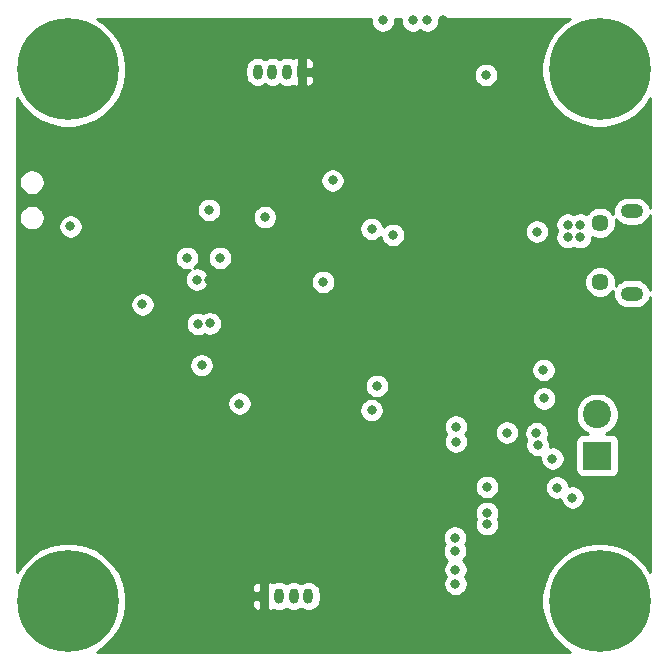
<source format=gbr>
%TF.GenerationSoftware,KiCad,Pcbnew,(5.1.8)-1*%
%TF.CreationDate,2021-01-09T13:57:28-05:00*%
%TF.ProjectId,STM32+USB+BUCK,53544d33-322b-4555-9342-2b4255434b2e,rev?*%
%TF.SameCoordinates,Original*%
%TF.FileFunction,Copper,L3,Inr*%
%TF.FilePolarity,Positive*%
%FSLAX46Y46*%
G04 Gerber Fmt 4.6, Leading zero omitted, Abs format (unit mm)*
G04 Created by KiCad (PCBNEW (5.1.8)-1) date 2021-01-09 13:57:28*
%MOMM*%
%LPD*%
G01*
G04 APERTURE LIST*
%TA.AperFunction,ComponentPad*%
%ADD10O,1.900000X1.200000*%
%TD*%
%TA.AperFunction,ComponentPad*%
%ADD11C,1.450000*%
%TD*%
%TA.AperFunction,ComponentPad*%
%ADD12C,8.600000*%
%TD*%
%TA.AperFunction,ComponentPad*%
%ADD13R,2.400000X2.400000*%
%TD*%
%TA.AperFunction,ComponentPad*%
%ADD14C,2.400000*%
%TD*%
%TA.AperFunction,ComponentPad*%
%ADD15O,0.800000X1.300000*%
%TD*%
%TA.AperFunction,ViaPad*%
%ADD16C,0.800000*%
%TD*%
%TA.AperFunction,Conductor*%
%ADD17C,0.254000*%
%TD*%
%TA.AperFunction,Conductor*%
%ADD18C,0.100000*%
%TD*%
G04 APERTURE END LIST*
D10*
%TO.N,Net-(J1-Pad6)*%
%TO.C,J1*%
X162737500Y-92000000D03*
X162737500Y-99000000D03*
D11*
X160037500Y-93000000D03*
X160037500Y-98000000D03*
%TD*%
D12*
%TO.N,GND*%
%TO.C,H1*%
X160000000Y-80000000D03*
%TD*%
%TO.N,GND*%
%TO.C,H2*%
X115000000Y-125000000D03*
%TD*%
%TO.N,GND*%
%TO.C,H3*%
X160000000Y-125000000D03*
%TD*%
%TO.N,GND*%
%TO.C,H4*%
X115000000Y-80000000D03*
%TD*%
D13*
%TO.N,+12V*%
%TO.C,J2*%
X159800000Y-112700000D03*
D14*
%TO.N,GND*%
X159800000Y-109200000D03*
%TD*%
%TO.N,+3V3*%
%TO.C,J3*%
%TA.AperFunction,ComponentPad*%
G36*
G01*
X135200000Y-79750000D02*
X135200000Y-80650000D01*
G75*
G02*
X135000000Y-80850000I-200000J0D01*
G01*
X134600000Y-80850000D01*
G75*
G02*
X134400000Y-80650000I0J200000D01*
G01*
X134400000Y-79750000D01*
G75*
G02*
X134600000Y-79550000I200000J0D01*
G01*
X135000000Y-79550000D01*
G75*
G02*
X135200000Y-79750000I0J-200000D01*
G01*
G37*
%TD.AperFunction*%
D15*
%TO.N,I2C1_SCL*%
X133550000Y-80200000D03*
%TO.N,I2C1_SDA*%
X132300000Y-80200000D03*
%TO.N,GND*%
X131050000Y-80200000D03*
%TD*%
%TO.N,GND*%
%TO.C,J5*%
X135350000Y-124600000D03*
%TO.N,USART3_RX*%
X134100000Y-124600000D03*
%TO.N,USART3_TX*%
X132850000Y-124600000D03*
%TO.N,+3V3*%
%TA.AperFunction,ComponentPad*%
G36*
G01*
X131200000Y-125050000D02*
X131200000Y-124150000D01*
G75*
G02*
X131400000Y-123950000I200000J0D01*
G01*
X131800000Y-123950000D01*
G75*
G02*
X132000000Y-124150000I0J-200000D01*
G01*
X132000000Y-125050000D01*
G75*
G02*
X131800000Y-125250000I-200000J0D01*
G01*
X131400000Y-125250000D01*
G75*
G02*
X131200000Y-125050000I0J200000D01*
G01*
G37*
%TD.AperFunction*%
%TD*%
D16*
%TO.N,GND*%
X154650000Y-110800000D03*
X152150000Y-110750000D03*
X155250000Y-105450000D03*
X155300000Y-107850000D03*
X150450000Y-115350000D03*
X150450000Y-117550000D03*
X150450000Y-118500000D03*
X147750000Y-119650000D03*
X147750000Y-120800000D03*
X147800000Y-122350000D03*
X147800000Y-123550000D03*
X150370000Y-80460000D03*
X145400000Y-75850000D03*
X144200000Y-75850000D03*
X141650000Y-75850000D03*
X125050000Y-95950000D03*
X127850000Y-95950000D03*
X126950000Y-91900000D03*
X115200000Y-93300000D03*
X125900000Y-97800000D03*
X121300000Y-99900000D03*
X126000000Y-101550000D03*
X127000000Y-101500000D03*
X141150000Y-106800000D03*
X140700000Y-108850000D03*
X129500000Y-108300000D03*
X140700000Y-93500000D03*
X142500000Y-94000000D03*
X131650000Y-92500000D03*
X154686000Y-93726000D03*
X147828000Y-110236000D03*
X147828000Y-111506000D03*
X156400000Y-115400000D03*
X157700000Y-116250000D03*
X154750000Y-111800000D03*
X156000000Y-112950000D03*
X158350000Y-94200000D03*
X157300000Y-94200000D03*
X157300000Y-93150000D03*
X158350000Y-93150000D03*
X126300000Y-105050000D03*
%TO.N,+3V3*%
X130600000Y-91400000D03*
X130320000Y-92550000D03*
X135400000Y-91400000D03*
X140000000Y-95750000D03*
X152025000Y-117925000D03*
X153150000Y-118950000D03*
X150710000Y-78470000D03*
X146750000Y-75850000D03*
X115100000Y-88800000D03*
X126950000Y-97800000D03*
X124215000Y-103650000D03*
X124215000Y-105350000D03*
X138650000Y-107600000D03*
X132500000Y-108250000D03*
X145250000Y-116450000D03*
X142000000Y-116600000D03*
X145250000Y-117700000D03*
X142000000Y-117750000D03*
%TO.N,NRST*%
X137400000Y-89400000D03*
X136600000Y-98000000D03*
%TD*%
D17*
%TO.N,+3V3*%
X140615000Y-75748061D02*
X140615000Y-75951939D01*
X140654774Y-76151898D01*
X140732795Y-76340256D01*
X140846063Y-76509774D01*
X140990226Y-76653937D01*
X141159744Y-76767205D01*
X141348102Y-76845226D01*
X141548061Y-76885000D01*
X141751939Y-76885000D01*
X141951898Y-76845226D01*
X142140256Y-76767205D01*
X142309774Y-76653937D01*
X142453937Y-76509774D01*
X142567205Y-76340256D01*
X142645226Y-76151898D01*
X142685000Y-75951939D01*
X142685000Y-75748061D01*
X142677429Y-75710000D01*
X143172571Y-75710000D01*
X143165000Y-75748061D01*
X143165000Y-75951939D01*
X143204774Y-76151898D01*
X143282795Y-76340256D01*
X143396063Y-76509774D01*
X143540226Y-76653937D01*
X143709744Y-76767205D01*
X143898102Y-76845226D01*
X144098061Y-76885000D01*
X144301939Y-76885000D01*
X144501898Y-76845226D01*
X144690256Y-76767205D01*
X144800000Y-76693877D01*
X144909744Y-76767205D01*
X145098102Y-76845226D01*
X145298061Y-76885000D01*
X145501939Y-76885000D01*
X145701898Y-76845226D01*
X145890256Y-76767205D01*
X146059774Y-76653937D01*
X146203937Y-76509774D01*
X146317205Y-76340256D01*
X146395226Y-76151898D01*
X146435000Y-75951939D01*
X146435000Y-75748061D01*
X146427429Y-75710000D01*
X157537674Y-75710000D01*
X156854121Y-76166735D01*
X156166735Y-76854121D01*
X155626660Y-77662401D01*
X155254650Y-78560514D01*
X155065000Y-79513945D01*
X155065000Y-80486055D01*
X155254650Y-81439486D01*
X155626660Y-82337599D01*
X156166735Y-83145879D01*
X156854121Y-83833265D01*
X157662401Y-84373340D01*
X158560514Y-84745350D01*
X159513945Y-84935000D01*
X160486055Y-84935000D01*
X161439486Y-84745350D01*
X162337599Y-84373340D01*
X163145879Y-83833265D01*
X163833265Y-83145879D01*
X164290000Y-82462326D01*
X164290000Y-91709670D01*
X164234011Y-91525099D01*
X164119333Y-91310551D01*
X163965002Y-91122498D01*
X163776949Y-90968167D01*
X163562401Y-90853489D01*
X163329602Y-90782870D01*
X163148165Y-90765000D01*
X162326835Y-90765000D01*
X162145398Y-90782870D01*
X161912599Y-90853489D01*
X161698051Y-90968167D01*
X161509998Y-91122498D01*
X161355667Y-91310551D01*
X161240989Y-91525099D01*
X161170370Y-91757898D01*
X161146525Y-92000000D01*
X161170370Y-92242102D01*
X161173383Y-92252035D01*
X161093881Y-92133051D01*
X160904449Y-91943619D01*
X160681701Y-91794784D01*
X160434197Y-91692264D01*
X160171448Y-91640000D01*
X159903552Y-91640000D01*
X159640803Y-91692264D01*
X159393299Y-91794784D01*
X159170551Y-91943619D01*
X158981119Y-92133051D01*
X158891565Y-92267078D01*
X158840256Y-92232795D01*
X158651898Y-92154774D01*
X158451939Y-92115000D01*
X158248061Y-92115000D01*
X158048102Y-92154774D01*
X157859744Y-92232795D01*
X157825000Y-92256010D01*
X157790256Y-92232795D01*
X157601898Y-92154774D01*
X157401939Y-92115000D01*
X157198061Y-92115000D01*
X156998102Y-92154774D01*
X156809744Y-92232795D01*
X156640226Y-92346063D01*
X156496063Y-92490226D01*
X156382795Y-92659744D01*
X156304774Y-92848102D01*
X156265000Y-93048061D01*
X156265000Y-93251939D01*
X156304774Y-93451898D01*
X156382795Y-93640256D01*
X156406010Y-93675000D01*
X156382795Y-93709744D01*
X156304774Y-93898102D01*
X156265000Y-94098061D01*
X156265000Y-94301939D01*
X156304774Y-94501898D01*
X156382795Y-94690256D01*
X156496063Y-94859774D01*
X156640226Y-95003937D01*
X156809744Y-95117205D01*
X156998102Y-95195226D01*
X157198061Y-95235000D01*
X157401939Y-95235000D01*
X157601898Y-95195226D01*
X157790256Y-95117205D01*
X157825000Y-95093990D01*
X157859744Y-95117205D01*
X158048102Y-95195226D01*
X158248061Y-95235000D01*
X158451939Y-95235000D01*
X158651898Y-95195226D01*
X158840256Y-95117205D01*
X159009774Y-95003937D01*
X159153937Y-94859774D01*
X159267205Y-94690256D01*
X159345226Y-94501898D01*
X159385000Y-94301939D01*
X159385000Y-94199671D01*
X159393299Y-94205216D01*
X159640803Y-94307736D01*
X159903552Y-94360000D01*
X160171448Y-94360000D01*
X160434197Y-94307736D01*
X160681701Y-94205216D01*
X160904449Y-94056381D01*
X161093881Y-93866949D01*
X161242716Y-93644201D01*
X161345236Y-93396697D01*
X161397500Y-93133948D01*
X161397500Y-92866052D01*
X161364516Y-92700232D01*
X161509998Y-92877502D01*
X161698051Y-93031833D01*
X161912599Y-93146511D01*
X162145398Y-93217130D01*
X162326835Y-93235000D01*
X163148165Y-93235000D01*
X163329602Y-93217130D01*
X163562401Y-93146511D01*
X163776949Y-93031833D01*
X163965002Y-92877502D01*
X164119333Y-92689449D01*
X164234011Y-92474901D01*
X164290000Y-92290330D01*
X164290000Y-98709671D01*
X164234011Y-98525099D01*
X164119333Y-98310551D01*
X163965002Y-98122498D01*
X163776949Y-97968167D01*
X163562401Y-97853489D01*
X163329602Y-97782870D01*
X163148165Y-97765000D01*
X162326835Y-97765000D01*
X162145398Y-97782870D01*
X161912599Y-97853489D01*
X161698051Y-97968167D01*
X161509998Y-98122498D01*
X161364516Y-98299768D01*
X161397500Y-98133948D01*
X161397500Y-97866052D01*
X161345236Y-97603303D01*
X161242716Y-97355799D01*
X161093881Y-97133051D01*
X160904449Y-96943619D01*
X160681701Y-96794784D01*
X160434197Y-96692264D01*
X160171448Y-96640000D01*
X159903552Y-96640000D01*
X159640803Y-96692264D01*
X159393299Y-96794784D01*
X159170551Y-96943619D01*
X158981119Y-97133051D01*
X158832284Y-97355799D01*
X158729764Y-97603303D01*
X158677500Y-97866052D01*
X158677500Y-98133948D01*
X158729764Y-98396697D01*
X158832284Y-98644201D01*
X158981119Y-98866949D01*
X159170551Y-99056381D01*
X159393299Y-99205216D01*
X159640803Y-99307736D01*
X159903552Y-99360000D01*
X160171448Y-99360000D01*
X160434197Y-99307736D01*
X160681701Y-99205216D01*
X160904449Y-99056381D01*
X161093881Y-98866949D01*
X161173383Y-98747965D01*
X161170370Y-98757898D01*
X161146525Y-99000000D01*
X161170370Y-99242102D01*
X161240989Y-99474901D01*
X161355667Y-99689449D01*
X161509998Y-99877502D01*
X161698051Y-100031833D01*
X161912599Y-100146511D01*
X162145398Y-100217130D01*
X162326835Y-100235000D01*
X163148165Y-100235000D01*
X163329602Y-100217130D01*
X163562401Y-100146511D01*
X163776949Y-100031833D01*
X163965002Y-99877502D01*
X164119333Y-99689449D01*
X164234011Y-99474901D01*
X164290000Y-99290329D01*
X164290001Y-122537675D01*
X163833265Y-121854121D01*
X163145879Y-121166735D01*
X162337599Y-120626660D01*
X161439486Y-120254650D01*
X160486055Y-120065000D01*
X159513945Y-120065000D01*
X158560514Y-120254650D01*
X157662401Y-120626660D01*
X156854121Y-121166735D01*
X156166735Y-121854121D01*
X155626660Y-122662401D01*
X155254650Y-123560514D01*
X155065000Y-124513945D01*
X155065000Y-125486055D01*
X155254650Y-126439486D01*
X155626660Y-127337599D01*
X156166735Y-128145879D01*
X156854121Y-128833265D01*
X157537674Y-129290000D01*
X117462326Y-129290000D01*
X118145879Y-128833265D01*
X118833265Y-128145879D01*
X119373340Y-127337599D01*
X119745350Y-126439486D01*
X119935000Y-125486055D01*
X119935000Y-125247774D01*
X130561932Y-125247774D01*
X130573758Y-125372298D01*
X130609650Y-125492122D01*
X130668229Y-125602641D01*
X130747244Y-125699608D01*
X130843658Y-125779298D01*
X130953766Y-125838646D01*
X131073336Y-125875374D01*
X131193250Y-125885000D01*
X131352000Y-125726250D01*
X131352000Y-124848000D01*
X130723750Y-124848000D01*
X130565000Y-125006750D01*
X130561932Y-125247774D01*
X119935000Y-125247774D01*
X119935000Y-124513945D01*
X119823267Y-123952226D01*
X130561932Y-123952226D01*
X130565000Y-124193250D01*
X130723750Y-124352000D01*
X131352000Y-124352000D01*
X131352000Y-124299163D01*
X131815000Y-124299163D01*
X131815000Y-124900838D01*
X131829976Y-125052895D01*
X131848000Y-125112311D01*
X131848000Y-125726250D01*
X132006750Y-125885000D01*
X132126664Y-125875374D01*
X132246234Y-125838646D01*
X132356342Y-125779298D01*
X132370736Y-125767401D01*
X132452008Y-125810841D01*
X132647106Y-125870024D01*
X132850000Y-125890007D01*
X133052895Y-125870024D01*
X133247993Y-125810841D01*
X133427797Y-125714734D01*
X133475000Y-125675995D01*
X133522204Y-125714734D01*
X133702008Y-125810841D01*
X133897106Y-125870024D01*
X134100000Y-125890007D01*
X134302895Y-125870024D01*
X134497993Y-125810841D01*
X134677797Y-125714734D01*
X134725000Y-125675995D01*
X134772204Y-125714734D01*
X134952008Y-125810841D01*
X135147106Y-125870024D01*
X135350000Y-125890007D01*
X135552895Y-125870024D01*
X135747993Y-125810841D01*
X135927797Y-125714734D01*
X136085396Y-125585396D01*
X136214734Y-125427797D01*
X136310841Y-125247992D01*
X136370024Y-125052894D01*
X136385000Y-124900837D01*
X136385000Y-124299162D01*
X136370024Y-124147105D01*
X136310841Y-123952007D01*
X136214734Y-123772203D01*
X136085396Y-123614604D01*
X135927797Y-123485266D01*
X135747992Y-123389159D01*
X135552894Y-123329976D01*
X135350000Y-123309993D01*
X135147105Y-123329976D01*
X134952007Y-123389159D01*
X134772203Y-123485266D01*
X134725000Y-123524004D01*
X134677797Y-123485266D01*
X134497992Y-123389159D01*
X134302894Y-123329976D01*
X134100000Y-123309993D01*
X133897105Y-123329976D01*
X133702007Y-123389159D01*
X133522203Y-123485266D01*
X133475000Y-123524004D01*
X133427797Y-123485266D01*
X133247992Y-123389159D01*
X133052894Y-123329976D01*
X132850000Y-123309993D01*
X132647105Y-123329976D01*
X132452007Y-123389159D01*
X132370736Y-123432599D01*
X132356342Y-123420702D01*
X132246234Y-123361354D01*
X132126664Y-123324626D01*
X132006750Y-123315000D01*
X131848000Y-123473750D01*
X131848000Y-124087690D01*
X131829976Y-124147106D01*
X131815000Y-124299163D01*
X131352000Y-124299163D01*
X131352000Y-123473750D01*
X131193250Y-123315000D01*
X131073336Y-123324626D01*
X130953766Y-123361354D01*
X130843658Y-123420702D01*
X130747244Y-123500392D01*
X130668229Y-123597359D01*
X130609650Y-123707878D01*
X130573758Y-123827702D01*
X130561932Y-123952226D01*
X119823267Y-123952226D01*
X119745350Y-123560514D01*
X119373340Y-122662401D01*
X118833265Y-121854121D01*
X118145879Y-121166735D01*
X117337599Y-120626660D01*
X116439486Y-120254650D01*
X115486055Y-120065000D01*
X114513945Y-120065000D01*
X113560514Y-120254650D01*
X112662401Y-120626660D01*
X111854121Y-121166735D01*
X111166735Y-121854121D01*
X110710000Y-122537674D01*
X110710000Y-119548061D01*
X146715000Y-119548061D01*
X146715000Y-119751939D01*
X146754774Y-119951898D01*
X146832795Y-120140256D01*
X146889419Y-120225000D01*
X146832795Y-120309744D01*
X146754774Y-120498102D01*
X146715000Y-120698061D01*
X146715000Y-120901939D01*
X146754774Y-121101898D01*
X146832795Y-121290256D01*
X146946063Y-121459774D01*
X147086289Y-121600000D01*
X146996063Y-121690226D01*
X146882795Y-121859744D01*
X146804774Y-122048102D01*
X146765000Y-122248061D01*
X146765000Y-122451939D01*
X146804774Y-122651898D01*
X146882795Y-122840256D01*
X146956123Y-122950000D01*
X146882795Y-123059744D01*
X146804774Y-123248102D01*
X146765000Y-123448061D01*
X146765000Y-123651939D01*
X146804774Y-123851898D01*
X146882795Y-124040256D01*
X146996063Y-124209774D01*
X147140226Y-124353937D01*
X147309744Y-124467205D01*
X147498102Y-124545226D01*
X147698061Y-124585000D01*
X147901939Y-124585000D01*
X148101898Y-124545226D01*
X148290256Y-124467205D01*
X148459774Y-124353937D01*
X148603937Y-124209774D01*
X148717205Y-124040256D01*
X148795226Y-123851898D01*
X148835000Y-123651939D01*
X148835000Y-123448061D01*
X148795226Y-123248102D01*
X148717205Y-123059744D01*
X148643877Y-122950000D01*
X148717205Y-122840256D01*
X148795226Y-122651898D01*
X148835000Y-122451939D01*
X148835000Y-122248061D01*
X148795226Y-122048102D01*
X148717205Y-121859744D01*
X148603937Y-121690226D01*
X148463711Y-121550000D01*
X148553937Y-121459774D01*
X148667205Y-121290256D01*
X148745226Y-121101898D01*
X148785000Y-120901939D01*
X148785000Y-120698061D01*
X148745226Y-120498102D01*
X148667205Y-120309744D01*
X148610581Y-120225000D01*
X148667205Y-120140256D01*
X148745226Y-119951898D01*
X148785000Y-119751939D01*
X148785000Y-119548061D01*
X148745226Y-119348102D01*
X148667205Y-119159744D01*
X148553937Y-118990226D01*
X148409774Y-118846063D01*
X148240256Y-118732795D01*
X148051898Y-118654774D01*
X147851939Y-118615000D01*
X147648061Y-118615000D01*
X147448102Y-118654774D01*
X147259744Y-118732795D01*
X147090226Y-118846063D01*
X146946063Y-118990226D01*
X146832795Y-119159744D01*
X146754774Y-119348102D01*
X146715000Y-119548061D01*
X110710000Y-119548061D01*
X110710000Y-117448061D01*
X149415000Y-117448061D01*
X149415000Y-117651939D01*
X149454774Y-117851898D01*
X149526476Y-118025000D01*
X149454774Y-118198102D01*
X149415000Y-118398061D01*
X149415000Y-118601939D01*
X149454774Y-118801898D01*
X149532795Y-118990256D01*
X149646063Y-119159774D01*
X149790226Y-119303937D01*
X149959744Y-119417205D01*
X150148102Y-119495226D01*
X150348061Y-119535000D01*
X150551939Y-119535000D01*
X150751898Y-119495226D01*
X150940256Y-119417205D01*
X151109774Y-119303937D01*
X151253937Y-119159774D01*
X151367205Y-118990256D01*
X151445226Y-118801898D01*
X151485000Y-118601939D01*
X151485000Y-118398061D01*
X151445226Y-118198102D01*
X151373524Y-118025000D01*
X151445226Y-117851898D01*
X151485000Y-117651939D01*
X151485000Y-117448061D01*
X151445226Y-117248102D01*
X151367205Y-117059744D01*
X151253937Y-116890226D01*
X151109774Y-116746063D01*
X150940256Y-116632795D01*
X150751898Y-116554774D01*
X150551939Y-116515000D01*
X150348061Y-116515000D01*
X150148102Y-116554774D01*
X149959744Y-116632795D01*
X149790226Y-116746063D01*
X149646063Y-116890226D01*
X149532795Y-117059744D01*
X149454774Y-117248102D01*
X149415000Y-117448061D01*
X110710000Y-117448061D01*
X110710000Y-115248061D01*
X149415000Y-115248061D01*
X149415000Y-115451939D01*
X149454774Y-115651898D01*
X149532795Y-115840256D01*
X149646063Y-116009774D01*
X149790226Y-116153937D01*
X149959744Y-116267205D01*
X150148102Y-116345226D01*
X150348061Y-116385000D01*
X150551939Y-116385000D01*
X150751898Y-116345226D01*
X150940256Y-116267205D01*
X151109774Y-116153937D01*
X151253937Y-116009774D01*
X151367205Y-115840256D01*
X151445226Y-115651898D01*
X151485000Y-115451939D01*
X151485000Y-115298061D01*
X155365000Y-115298061D01*
X155365000Y-115501939D01*
X155404774Y-115701898D01*
X155482795Y-115890256D01*
X155596063Y-116059774D01*
X155740226Y-116203937D01*
X155909744Y-116317205D01*
X156098102Y-116395226D01*
X156298061Y-116435000D01*
X156501939Y-116435000D01*
X156674687Y-116400639D01*
X156704774Y-116551898D01*
X156782795Y-116740256D01*
X156896063Y-116909774D01*
X157040226Y-117053937D01*
X157209744Y-117167205D01*
X157398102Y-117245226D01*
X157598061Y-117285000D01*
X157801939Y-117285000D01*
X158001898Y-117245226D01*
X158190256Y-117167205D01*
X158359774Y-117053937D01*
X158503937Y-116909774D01*
X158617205Y-116740256D01*
X158695226Y-116551898D01*
X158735000Y-116351939D01*
X158735000Y-116148061D01*
X158695226Y-115948102D01*
X158617205Y-115759744D01*
X158503937Y-115590226D01*
X158359774Y-115446063D01*
X158190256Y-115332795D01*
X158001898Y-115254774D01*
X157801939Y-115215000D01*
X157598061Y-115215000D01*
X157425313Y-115249361D01*
X157395226Y-115098102D01*
X157317205Y-114909744D01*
X157203937Y-114740226D01*
X157059774Y-114596063D01*
X156890256Y-114482795D01*
X156701898Y-114404774D01*
X156501939Y-114365000D01*
X156298061Y-114365000D01*
X156098102Y-114404774D01*
X155909744Y-114482795D01*
X155740226Y-114596063D01*
X155596063Y-114740226D01*
X155482795Y-114909744D01*
X155404774Y-115098102D01*
X155365000Y-115298061D01*
X151485000Y-115298061D01*
X151485000Y-115248061D01*
X151445226Y-115048102D01*
X151367205Y-114859744D01*
X151253937Y-114690226D01*
X151109774Y-114546063D01*
X150940256Y-114432795D01*
X150751898Y-114354774D01*
X150551939Y-114315000D01*
X150348061Y-114315000D01*
X150148102Y-114354774D01*
X149959744Y-114432795D01*
X149790226Y-114546063D01*
X149646063Y-114690226D01*
X149532795Y-114859744D01*
X149454774Y-115048102D01*
X149415000Y-115248061D01*
X110710000Y-115248061D01*
X110710000Y-110134061D01*
X146793000Y-110134061D01*
X146793000Y-110337939D01*
X146832774Y-110537898D01*
X146910795Y-110726256D01*
X147007510Y-110871000D01*
X146910795Y-111015744D01*
X146832774Y-111204102D01*
X146793000Y-111404061D01*
X146793000Y-111607939D01*
X146832774Y-111807898D01*
X146910795Y-111996256D01*
X147024063Y-112165774D01*
X147168226Y-112309937D01*
X147337744Y-112423205D01*
X147526102Y-112501226D01*
X147726061Y-112541000D01*
X147929939Y-112541000D01*
X148129898Y-112501226D01*
X148318256Y-112423205D01*
X148487774Y-112309937D01*
X148631937Y-112165774D01*
X148745205Y-111996256D01*
X148823226Y-111807898D01*
X148863000Y-111607939D01*
X148863000Y-111404061D01*
X148823226Y-111204102D01*
X148745205Y-111015744D01*
X148648490Y-110871000D01*
X148745205Y-110726256D01*
X148777594Y-110648061D01*
X151115000Y-110648061D01*
X151115000Y-110851939D01*
X151154774Y-111051898D01*
X151232795Y-111240256D01*
X151346063Y-111409774D01*
X151490226Y-111553937D01*
X151659744Y-111667205D01*
X151848102Y-111745226D01*
X152048061Y-111785000D01*
X152251939Y-111785000D01*
X152451898Y-111745226D01*
X152640256Y-111667205D01*
X152809774Y-111553937D01*
X152953937Y-111409774D01*
X153067205Y-111240256D01*
X153145226Y-111051898D01*
X153185000Y-110851939D01*
X153185000Y-110698061D01*
X153615000Y-110698061D01*
X153615000Y-110901939D01*
X153654774Y-111101898D01*
X153732795Y-111290256D01*
X153799510Y-111390102D01*
X153754774Y-111498102D01*
X153715000Y-111698061D01*
X153715000Y-111901939D01*
X153754774Y-112101898D01*
X153832795Y-112290256D01*
X153946063Y-112459774D01*
X154090226Y-112603937D01*
X154259744Y-112717205D01*
X154448102Y-112795226D01*
X154648061Y-112835000D01*
X154851939Y-112835000D01*
X154972363Y-112811046D01*
X154965000Y-112848061D01*
X154965000Y-113051939D01*
X155004774Y-113251898D01*
X155082795Y-113440256D01*
X155196063Y-113609774D01*
X155340226Y-113753937D01*
X155509744Y-113867205D01*
X155698102Y-113945226D01*
X155898061Y-113985000D01*
X156101939Y-113985000D01*
X156301898Y-113945226D01*
X156490256Y-113867205D01*
X156659774Y-113753937D01*
X156803937Y-113609774D01*
X156917205Y-113440256D01*
X156995226Y-113251898D01*
X157035000Y-113051939D01*
X157035000Y-112848061D01*
X156995226Y-112648102D01*
X156917205Y-112459744D01*
X156803937Y-112290226D01*
X156659774Y-112146063D01*
X156490256Y-112032795D01*
X156301898Y-111954774D01*
X156101939Y-111915000D01*
X155898061Y-111915000D01*
X155777637Y-111938954D01*
X155785000Y-111901939D01*
X155785000Y-111698061D01*
X155745604Y-111500000D01*
X157961928Y-111500000D01*
X157961928Y-113900000D01*
X157974188Y-114024482D01*
X158010498Y-114144180D01*
X158069463Y-114254494D01*
X158148815Y-114351185D01*
X158245506Y-114430537D01*
X158355820Y-114489502D01*
X158475518Y-114525812D01*
X158600000Y-114538072D01*
X161000000Y-114538072D01*
X161124482Y-114525812D01*
X161244180Y-114489502D01*
X161354494Y-114430537D01*
X161451185Y-114351185D01*
X161530537Y-114254494D01*
X161589502Y-114144180D01*
X161625812Y-114024482D01*
X161638072Y-113900000D01*
X161638072Y-111500000D01*
X161625812Y-111375518D01*
X161589502Y-111255820D01*
X161530537Y-111145506D01*
X161451185Y-111048815D01*
X161354494Y-110969463D01*
X161244180Y-110910498D01*
X161124482Y-110874188D01*
X161000000Y-110861928D01*
X160582838Y-110861928D01*
X160669199Y-110826156D01*
X160969744Y-110625338D01*
X161225338Y-110369744D01*
X161426156Y-110069199D01*
X161564482Y-109735250D01*
X161635000Y-109380732D01*
X161635000Y-109019268D01*
X161564482Y-108664750D01*
X161426156Y-108330801D01*
X161225338Y-108030256D01*
X160969744Y-107774662D01*
X160669199Y-107573844D01*
X160335250Y-107435518D01*
X159980732Y-107365000D01*
X159619268Y-107365000D01*
X159264750Y-107435518D01*
X158930801Y-107573844D01*
X158630256Y-107774662D01*
X158374662Y-108030256D01*
X158173844Y-108330801D01*
X158035518Y-108664750D01*
X157965000Y-109019268D01*
X157965000Y-109380732D01*
X158035518Y-109735250D01*
X158173844Y-110069199D01*
X158374662Y-110369744D01*
X158630256Y-110625338D01*
X158930801Y-110826156D01*
X159017162Y-110861928D01*
X158600000Y-110861928D01*
X158475518Y-110874188D01*
X158355820Y-110910498D01*
X158245506Y-110969463D01*
X158148815Y-111048815D01*
X158069463Y-111145506D01*
X158010498Y-111255820D01*
X157974188Y-111375518D01*
X157961928Y-111500000D01*
X155745604Y-111500000D01*
X155745226Y-111498102D01*
X155667205Y-111309744D01*
X155600490Y-111209898D01*
X155645226Y-111101898D01*
X155685000Y-110901939D01*
X155685000Y-110698061D01*
X155645226Y-110498102D01*
X155567205Y-110309744D01*
X155453937Y-110140226D01*
X155309774Y-109996063D01*
X155140256Y-109882795D01*
X154951898Y-109804774D01*
X154751939Y-109765000D01*
X154548061Y-109765000D01*
X154348102Y-109804774D01*
X154159744Y-109882795D01*
X153990226Y-109996063D01*
X153846063Y-110140226D01*
X153732795Y-110309744D01*
X153654774Y-110498102D01*
X153615000Y-110698061D01*
X153185000Y-110698061D01*
X153185000Y-110648061D01*
X153145226Y-110448102D01*
X153067205Y-110259744D01*
X152953937Y-110090226D01*
X152809774Y-109946063D01*
X152640256Y-109832795D01*
X152451898Y-109754774D01*
X152251939Y-109715000D01*
X152048061Y-109715000D01*
X151848102Y-109754774D01*
X151659744Y-109832795D01*
X151490226Y-109946063D01*
X151346063Y-110090226D01*
X151232795Y-110259744D01*
X151154774Y-110448102D01*
X151115000Y-110648061D01*
X148777594Y-110648061D01*
X148823226Y-110537898D01*
X148863000Y-110337939D01*
X148863000Y-110134061D01*
X148823226Y-109934102D01*
X148745205Y-109745744D01*
X148631937Y-109576226D01*
X148487774Y-109432063D01*
X148318256Y-109318795D01*
X148129898Y-109240774D01*
X147929939Y-109201000D01*
X147726061Y-109201000D01*
X147526102Y-109240774D01*
X147337744Y-109318795D01*
X147168226Y-109432063D01*
X147024063Y-109576226D01*
X146910795Y-109745744D01*
X146832774Y-109934102D01*
X146793000Y-110134061D01*
X110710000Y-110134061D01*
X110710000Y-108198061D01*
X128465000Y-108198061D01*
X128465000Y-108401939D01*
X128504774Y-108601898D01*
X128582795Y-108790256D01*
X128696063Y-108959774D01*
X128840226Y-109103937D01*
X129009744Y-109217205D01*
X129198102Y-109295226D01*
X129398061Y-109335000D01*
X129601939Y-109335000D01*
X129801898Y-109295226D01*
X129990256Y-109217205D01*
X130159774Y-109103937D01*
X130303937Y-108959774D01*
X130417205Y-108790256D01*
X130434682Y-108748061D01*
X139665000Y-108748061D01*
X139665000Y-108951939D01*
X139704774Y-109151898D01*
X139782795Y-109340256D01*
X139896063Y-109509774D01*
X140040226Y-109653937D01*
X140209744Y-109767205D01*
X140398102Y-109845226D01*
X140598061Y-109885000D01*
X140801939Y-109885000D01*
X141001898Y-109845226D01*
X141190256Y-109767205D01*
X141359774Y-109653937D01*
X141503937Y-109509774D01*
X141617205Y-109340256D01*
X141695226Y-109151898D01*
X141735000Y-108951939D01*
X141735000Y-108748061D01*
X141695226Y-108548102D01*
X141617205Y-108359744D01*
X141503937Y-108190226D01*
X141359774Y-108046063D01*
X141190256Y-107932795D01*
X141001898Y-107854774D01*
X140801939Y-107815000D01*
X140598061Y-107815000D01*
X140398102Y-107854774D01*
X140209744Y-107932795D01*
X140040226Y-108046063D01*
X139896063Y-108190226D01*
X139782795Y-108359744D01*
X139704774Y-108548102D01*
X139665000Y-108748061D01*
X130434682Y-108748061D01*
X130495226Y-108601898D01*
X130535000Y-108401939D01*
X130535000Y-108198061D01*
X130495226Y-107998102D01*
X130417205Y-107809744D01*
X130303937Y-107640226D01*
X130159774Y-107496063D01*
X129990256Y-107382795D01*
X129801898Y-107304774D01*
X129601939Y-107265000D01*
X129398061Y-107265000D01*
X129198102Y-107304774D01*
X129009744Y-107382795D01*
X128840226Y-107496063D01*
X128696063Y-107640226D01*
X128582795Y-107809744D01*
X128504774Y-107998102D01*
X128465000Y-108198061D01*
X110710000Y-108198061D01*
X110710000Y-106698061D01*
X140115000Y-106698061D01*
X140115000Y-106901939D01*
X140154774Y-107101898D01*
X140232795Y-107290256D01*
X140346063Y-107459774D01*
X140490226Y-107603937D01*
X140659744Y-107717205D01*
X140848102Y-107795226D01*
X141048061Y-107835000D01*
X141251939Y-107835000D01*
X141451898Y-107795226D01*
X141565763Y-107748061D01*
X154265000Y-107748061D01*
X154265000Y-107951939D01*
X154304774Y-108151898D01*
X154382795Y-108340256D01*
X154496063Y-108509774D01*
X154640226Y-108653937D01*
X154809744Y-108767205D01*
X154998102Y-108845226D01*
X155198061Y-108885000D01*
X155401939Y-108885000D01*
X155601898Y-108845226D01*
X155790256Y-108767205D01*
X155959774Y-108653937D01*
X156103937Y-108509774D01*
X156217205Y-108340256D01*
X156295226Y-108151898D01*
X156335000Y-107951939D01*
X156335000Y-107748061D01*
X156295226Y-107548102D01*
X156217205Y-107359744D01*
X156103937Y-107190226D01*
X155959774Y-107046063D01*
X155790256Y-106932795D01*
X155601898Y-106854774D01*
X155401939Y-106815000D01*
X155198061Y-106815000D01*
X154998102Y-106854774D01*
X154809744Y-106932795D01*
X154640226Y-107046063D01*
X154496063Y-107190226D01*
X154382795Y-107359744D01*
X154304774Y-107548102D01*
X154265000Y-107748061D01*
X141565763Y-107748061D01*
X141640256Y-107717205D01*
X141809774Y-107603937D01*
X141953937Y-107459774D01*
X142067205Y-107290256D01*
X142145226Y-107101898D01*
X142185000Y-106901939D01*
X142185000Y-106698061D01*
X142145226Y-106498102D01*
X142067205Y-106309744D01*
X141953937Y-106140226D01*
X141809774Y-105996063D01*
X141640256Y-105882795D01*
X141451898Y-105804774D01*
X141251939Y-105765000D01*
X141048061Y-105765000D01*
X140848102Y-105804774D01*
X140659744Y-105882795D01*
X140490226Y-105996063D01*
X140346063Y-106140226D01*
X140232795Y-106309744D01*
X140154774Y-106498102D01*
X140115000Y-106698061D01*
X110710000Y-106698061D01*
X110710000Y-104948061D01*
X125265000Y-104948061D01*
X125265000Y-105151939D01*
X125304774Y-105351898D01*
X125382795Y-105540256D01*
X125496063Y-105709774D01*
X125640226Y-105853937D01*
X125809744Y-105967205D01*
X125998102Y-106045226D01*
X126198061Y-106085000D01*
X126401939Y-106085000D01*
X126601898Y-106045226D01*
X126790256Y-105967205D01*
X126959774Y-105853937D01*
X127103937Y-105709774D01*
X127217205Y-105540256D01*
X127295226Y-105351898D01*
X127295989Y-105348061D01*
X154215000Y-105348061D01*
X154215000Y-105551939D01*
X154254774Y-105751898D01*
X154332795Y-105940256D01*
X154446063Y-106109774D01*
X154590226Y-106253937D01*
X154759744Y-106367205D01*
X154948102Y-106445226D01*
X155148061Y-106485000D01*
X155351939Y-106485000D01*
X155551898Y-106445226D01*
X155740256Y-106367205D01*
X155909774Y-106253937D01*
X156053937Y-106109774D01*
X156167205Y-105940256D01*
X156245226Y-105751898D01*
X156285000Y-105551939D01*
X156285000Y-105348061D01*
X156245226Y-105148102D01*
X156167205Y-104959744D01*
X156053937Y-104790226D01*
X155909774Y-104646063D01*
X155740256Y-104532795D01*
X155551898Y-104454774D01*
X155351939Y-104415000D01*
X155148061Y-104415000D01*
X154948102Y-104454774D01*
X154759744Y-104532795D01*
X154590226Y-104646063D01*
X154446063Y-104790226D01*
X154332795Y-104959744D01*
X154254774Y-105148102D01*
X154215000Y-105348061D01*
X127295989Y-105348061D01*
X127335000Y-105151939D01*
X127335000Y-104948061D01*
X127295226Y-104748102D01*
X127217205Y-104559744D01*
X127103937Y-104390226D01*
X126959774Y-104246063D01*
X126790256Y-104132795D01*
X126601898Y-104054774D01*
X126401939Y-104015000D01*
X126198061Y-104015000D01*
X125998102Y-104054774D01*
X125809744Y-104132795D01*
X125640226Y-104246063D01*
X125496063Y-104390226D01*
X125382795Y-104559744D01*
X125304774Y-104748102D01*
X125265000Y-104948061D01*
X110710000Y-104948061D01*
X110710000Y-101448061D01*
X124965000Y-101448061D01*
X124965000Y-101651939D01*
X125004774Y-101851898D01*
X125082795Y-102040256D01*
X125196063Y-102209774D01*
X125340226Y-102353937D01*
X125509744Y-102467205D01*
X125698102Y-102545226D01*
X125898061Y-102585000D01*
X126101939Y-102585000D01*
X126301898Y-102545226D01*
X126490256Y-102467205D01*
X126543908Y-102431356D01*
X126698102Y-102495226D01*
X126898061Y-102535000D01*
X127101939Y-102535000D01*
X127301898Y-102495226D01*
X127490256Y-102417205D01*
X127659774Y-102303937D01*
X127803937Y-102159774D01*
X127917205Y-101990256D01*
X127995226Y-101801898D01*
X128035000Y-101601939D01*
X128035000Y-101398061D01*
X127995226Y-101198102D01*
X127917205Y-101009744D01*
X127803937Y-100840226D01*
X127659774Y-100696063D01*
X127490256Y-100582795D01*
X127301898Y-100504774D01*
X127101939Y-100465000D01*
X126898061Y-100465000D01*
X126698102Y-100504774D01*
X126509744Y-100582795D01*
X126456092Y-100618644D01*
X126301898Y-100554774D01*
X126101939Y-100515000D01*
X125898061Y-100515000D01*
X125698102Y-100554774D01*
X125509744Y-100632795D01*
X125340226Y-100746063D01*
X125196063Y-100890226D01*
X125082795Y-101059744D01*
X125004774Y-101248102D01*
X124965000Y-101448061D01*
X110710000Y-101448061D01*
X110710000Y-99798061D01*
X120265000Y-99798061D01*
X120265000Y-100001939D01*
X120304774Y-100201898D01*
X120382795Y-100390256D01*
X120496063Y-100559774D01*
X120640226Y-100703937D01*
X120809744Y-100817205D01*
X120998102Y-100895226D01*
X121198061Y-100935000D01*
X121401939Y-100935000D01*
X121601898Y-100895226D01*
X121790256Y-100817205D01*
X121959774Y-100703937D01*
X122103937Y-100559774D01*
X122217205Y-100390256D01*
X122295226Y-100201898D01*
X122335000Y-100001939D01*
X122335000Y-99798061D01*
X122295226Y-99598102D01*
X122217205Y-99409744D01*
X122103937Y-99240226D01*
X121959774Y-99096063D01*
X121790256Y-98982795D01*
X121601898Y-98904774D01*
X121401939Y-98865000D01*
X121198061Y-98865000D01*
X120998102Y-98904774D01*
X120809744Y-98982795D01*
X120640226Y-99096063D01*
X120496063Y-99240226D01*
X120382795Y-99409744D01*
X120304774Y-99598102D01*
X120265000Y-99798061D01*
X110710000Y-99798061D01*
X110710000Y-95848061D01*
X124015000Y-95848061D01*
X124015000Y-96051939D01*
X124054774Y-96251898D01*
X124132795Y-96440256D01*
X124246063Y-96609774D01*
X124390226Y-96753937D01*
X124559744Y-96867205D01*
X124748102Y-96945226D01*
X124948061Y-96985000D01*
X125151939Y-96985000D01*
X125301224Y-96955306D01*
X125240226Y-96996063D01*
X125096063Y-97140226D01*
X124982795Y-97309744D01*
X124904774Y-97498102D01*
X124865000Y-97698061D01*
X124865000Y-97901939D01*
X124904774Y-98101898D01*
X124982795Y-98290256D01*
X125096063Y-98459774D01*
X125240226Y-98603937D01*
X125409744Y-98717205D01*
X125598102Y-98795226D01*
X125798061Y-98835000D01*
X126001939Y-98835000D01*
X126201898Y-98795226D01*
X126390256Y-98717205D01*
X126559774Y-98603937D01*
X126703937Y-98459774D01*
X126817205Y-98290256D01*
X126895226Y-98101898D01*
X126935000Y-97901939D01*
X126935000Y-97898061D01*
X135565000Y-97898061D01*
X135565000Y-98101939D01*
X135604774Y-98301898D01*
X135682795Y-98490256D01*
X135796063Y-98659774D01*
X135940226Y-98803937D01*
X136109744Y-98917205D01*
X136298102Y-98995226D01*
X136498061Y-99035000D01*
X136701939Y-99035000D01*
X136901898Y-98995226D01*
X137090256Y-98917205D01*
X137259774Y-98803937D01*
X137403937Y-98659774D01*
X137517205Y-98490256D01*
X137595226Y-98301898D01*
X137635000Y-98101939D01*
X137635000Y-97898061D01*
X137595226Y-97698102D01*
X137517205Y-97509744D01*
X137403937Y-97340226D01*
X137259774Y-97196063D01*
X137090256Y-97082795D01*
X136901898Y-97004774D01*
X136701939Y-96965000D01*
X136498061Y-96965000D01*
X136298102Y-97004774D01*
X136109744Y-97082795D01*
X135940226Y-97196063D01*
X135796063Y-97340226D01*
X135682795Y-97509744D01*
X135604774Y-97698102D01*
X135565000Y-97898061D01*
X126935000Y-97898061D01*
X126935000Y-97698061D01*
X126895226Y-97498102D01*
X126817205Y-97309744D01*
X126703937Y-97140226D01*
X126559774Y-96996063D01*
X126390256Y-96882795D01*
X126201898Y-96804774D01*
X126001939Y-96765000D01*
X125798061Y-96765000D01*
X125648776Y-96794694D01*
X125709774Y-96753937D01*
X125853937Y-96609774D01*
X125967205Y-96440256D01*
X126045226Y-96251898D01*
X126085000Y-96051939D01*
X126085000Y-95848061D01*
X126815000Y-95848061D01*
X126815000Y-96051939D01*
X126854774Y-96251898D01*
X126932795Y-96440256D01*
X127046063Y-96609774D01*
X127190226Y-96753937D01*
X127359744Y-96867205D01*
X127548102Y-96945226D01*
X127748061Y-96985000D01*
X127951939Y-96985000D01*
X128151898Y-96945226D01*
X128340256Y-96867205D01*
X128509774Y-96753937D01*
X128653937Y-96609774D01*
X128767205Y-96440256D01*
X128845226Y-96251898D01*
X128885000Y-96051939D01*
X128885000Y-95848061D01*
X128845226Y-95648102D01*
X128767205Y-95459744D01*
X128653937Y-95290226D01*
X128509774Y-95146063D01*
X128340256Y-95032795D01*
X128151898Y-94954774D01*
X127951939Y-94915000D01*
X127748061Y-94915000D01*
X127548102Y-94954774D01*
X127359744Y-95032795D01*
X127190226Y-95146063D01*
X127046063Y-95290226D01*
X126932795Y-95459744D01*
X126854774Y-95648102D01*
X126815000Y-95848061D01*
X126085000Y-95848061D01*
X126045226Y-95648102D01*
X125967205Y-95459744D01*
X125853937Y-95290226D01*
X125709774Y-95146063D01*
X125540256Y-95032795D01*
X125351898Y-94954774D01*
X125151939Y-94915000D01*
X124948061Y-94915000D01*
X124748102Y-94954774D01*
X124559744Y-95032795D01*
X124390226Y-95146063D01*
X124246063Y-95290226D01*
X124132795Y-95459744D01*
X124054774Y-95648102D01*
X124015000Y-95848061D01*
X110710000Y-95848061D01*
X110710000Y-92443137D01*
X110835000Y-92443137D01*
X110835000Y-92656863D01*
X110876696Y-92866483D01*
X110958485Y-93063940D01*
X111077225Y-93241647D01*
X111228353Y-93392775D01*
X111406060Y-93511515D01*
X111603517Y-93593304D01*
X111813137Y-93635000D01*
X112026863Y-93635000D01*
X112236483Y-93593304D01*
X112433940Y-93511515D01*
X112611647Y-93392775D01*
X112762775Y-93241647D01*
X112791898Y-93198061D01*
X114165000Y-93198061D01*
X114165000Y-93401939D01*
X114204774Y-93601898D01*
X114282795Y-93790256D01*
X114396063Y-93959774D01*
X114540226Y-94103937D01*
X114709744Y-94217205D01*
X114898102Y-94295226D01*
X115098061Y-94335000D01*
X115301939Y-94335000D01*
X115501898Y-94295226D01*
X115690256Y-94217205D01*
X115859774Y-94103937D01*
X116003937Y-93959774D01*
X116117205Y-93790256D01*
X116195226Y-93601898D01*
X116235000Y-93401939D01*
X116235000Y-93198061D01*
X116195226Y-92998102D01*
X116117205Y-92809744D01*
X116003937Y-92640226D01*
X115859774Y-92496063D01*
X115690256Y-92382795D01*
X115501898Y-92304774D01*
X115301939Y-92265000D01*
X115098061Y-92265000D01*
X114898102Y-92304774D01*
X114709744Y-92382795D01*
X114540226Y-92496063D01*
X114396063Y-92640226D01*
X114282795Y-92809744D01*
X114204774Y-92998102D01*
X114165000Y-93198061D01*
X112791898Y-93198061D01*
X112881515Y-93063940D01*
X112963304Y-92866483D01*
X113005000Y-92656863D01*
X113005000Y-92443137D01*
X112963304Y-92233517D01*
X112881515Y-92036060D01*
X112762775Y-91858353D01*
X112702483Y-91798061D01*
X125915000Y-91798061D01*
X125915000Y-92001939D01*
X125954774Y-92201898D01*
X126032795Y-92390256D01*
X126146063Y-92559774D01*
X126290226Y-92703937D01*
X126459744Y-92817205D01*
X126648102Y-92895226D01*
X126848061Y-92935000D01*
X127051939Y-92935000D01*
X127251898Y-92895226D01*
X127440256Y-92817205D01*
X127609774Y-92703937D01*
X127753937Y-92559774D01*
X127861989Y-92398061D01*
X130615000Y-92398061D01*
X130615000Y-92601939D01*
X130654774Y-92801898D01*
X130732795Y-92990256D01*
X130846063Y-93159774D01*
X130990226Y-93303937D01*
X131159744Y-93417205D01*
X131348102Y-93495226D01*
X131548061Y-93535000D01*
X131751939Y-93535000D01*
X131951898Y-93495226D01*
X132140256Y-93417205D01*
X132168907Y-93398061D01*
X139665000Y-93398061D01*
X139665000Y-93601939D01*
X139704774Y-93801898D01*
X139782795Y-93990256D01*
X139896063Y-94159774D01*
X140040226Y-94303937D01*
X140209744Y-94417205D01*
X140398102Y-94495226D01*
X140598061Y-94535000D01*
X140801939Y-94535000D01*
X141001898Y-94495226D01*
X141190256Y-94417205D01*
X141359774Y-94303937D01*
X141481055Y-94182656D01*
X141504774Y-94301898D01*
X141582795Y-94490256D01*
X141696063Y-94659774D01*
X141840226Y-94803937D01*
X142009744Y-94917205D01*
X142198102Y-94995226D01*
X142398061Y-95035000D01*
X142601939Y-95035000D01*
X142801898Y-94995226D01*
X142990256Y-94917205D01*
X143159774Y-94803937D01*
X143303937Y-94659774D01*
X143417205Y-94490256D01*
X143495226Y-94301898D01*
X143535000Y-94101939D01*
X143535000Y-93898061D01*
X143495226Y-93698102D01*
X143464557Y-93624061D01*
X153651000Y-93624061D01*
X153651000Y-93827939D01*
X153690774Y-94027898D01*
X153768795Y-94216256D01*
X153882063Y-94385774D01*
X154026226Y-94529937D01*
X154195744Y-94643205D01*
X154384102Y-94721226D01*
X154584061Y-94761000D01*
X154787939Y-94761000D01*
X154987898Y-94721226D01*
X155176256Y-94643205D01*
X155345774Y-94529937D01*
X155489937Y-94385774D01*
X155603205Y-94216256D01*
X155681226Y-94027898D01*
X155721000Y-93827939D01*
X155721000Y-93624061D01*
X155681226Y-93424102D01*
X155603205Y-93235744D01*
X155489937Y-93066226D01*
X155345774Y-92922063D01*
X155176256Y-92808795D01*
X154987898Y-92730774D01*
X154787939Y-92691000D01*
X154584061Y-92691000D01*
X154384102Y-92730774D01*
X154195744Y-92808795D01*
X154026226Y-92922063D01*
X153882063Y-93066226D01*
X153768795Y-93235744D01*
X153690774Y-93424102D01*
X153651000Y-93624061D01*
X143464557Y-93624061D01*
X143417205Y-93509744D01*
X143303937Y-93340226D01*
X143159774Y-93196063D01*
X142990256Y-93082795D01*
X142801898Y-93004774D01*
X142601939Y-92965000D01*
X142398061Y-92965000D01*
X142198102Y-93004774D01*
X142009744Y-93082795D01*
X141840226Y-93196063D01*
X141718945Y-93317344D01*
X141695226Y-93198102D01*
X141617205Y-93009744D01*
X141503937Y-92840226D01*
X141359774Y-92696063D01*
X141190256Y-92582795D01*
X141001898Y-92504774D01*
X140801939Y-92465000D01*
X140598061Y-92465000D01*
X140398102Y-92504774D01*
X140209744Y-92582795D01*
X140040226Y-92696063D01*
X139896063Y-92840226D01*
X139782795Y-93009744D01*
X139704774Y-93198102D01*
X139665000Y-93398061D01*
X132168907Y-93398061D01*
X132309774Y-93303937D01*
X132453937Y-93159774D01*
X132567205Y-92990256D01*
X132645226Y-92801898D01*
X132685000Y-92601939D01*
X132685000Y-92398061D01*
X132645226Y-92198102D01*
X132567205Y-92009744D01*
X132453937Y-91840226D01*
X132309774Y-91696063D01*
X132140256Y-91582795D01*
X131951898Y-91504774D01*
X131751939Y-91465000D01*
X131548061Y-91465000D01*
X131348102Y-91504774D01*
X131159744Y-91582795D01*
X130990226Y-91696063D01*
X130846063Y-91840226D01*
X130732795Y-92009744D01*
X130654774Y-92198102D01*
X130615000Y-92398061D01*
X127861989Y-92398061D01*
X127867205Y-92390256D01*
X127945226Y-92201898D01*
X127985000Y-92001939D01*
X127985000Y-91798061D01*
X127945226Y-91598102D01*
X127867205Y-91409744D01*
X127753937Y-91240226D01*
X127609774Y-91096063D01*
X127440256Y-90982795D01*
X127251898Y-90904774D01*
X127051939Y-90865000D01*
X126848061Y-90865000D01*
X126648102Y-90904774D01*
X126459744Y-90982795D01*
X126290226Y-91096063D01*
X126146063Y-91240226D01*
X126032795Y-91409744D01*
X125954774Y-91598102D01*
X125915000Y-91798061D01*
X112702483Y-91798061D01*
X112611647Y-91707225D01*
X112433940Y-91588485D01*
X112236483Y-91506696D01*
X112026863Y-91465000D01*
X111813137Y-91465000D01*
X111603517Y-91506696D01*
X111406060Y-91588485D01*
X111228353Y-91707225D01*
X111077225Y-91858353D01*
X110958485Y-92036060D01*
X110876696Y-92233517D01*
X110835000Y-92443137D01*
X110710000Y-92443137D01*
X110710000Y-89443137D01*
X110835000Y-89443137D01*
X110835000Y-89656863D01*
X110876696Y-89866483D01*
X110958485Y-90063940D01*
X111077225Y-90241647D01*
X111228353Y-90392775D01*
X111406060Y-90511515D01*
X111603517Y-90593304D01*
X111813137Y-90635000D01*
X112026863Y-90635000D01*
X112236483Y-90593304D01*
X112433940Y-90511515D01*
X112611647Y-90392775D01*
X112762775Y-90241647D01*
X112881515Y-90063940D01*
X112963304Y-89866483D01*
X113005000Y-89656863D01*
X113005000Y-89443137D01*
X112976143Y-89298061D01*
X136365000Y-89298061D01*
X136365000Y-89501939D01*
X136404774Y-89701898D01*
X136482795Y-89890256D01*
X136596063Y-90059774D01*
X136740226Y-90203937D01*
X136909744Y-90317205D01*
X137098102Y-90395226D01*
X137298061Y-90435000D01*
X137501939Y-90435000D01*
X137701898Y-90395226D01*
X137890256Y-90317205D01*
X138059774Y-90203937D01*
X138203937Y-90059774D01*
X138317205Y-89890256D01*
X138395226Y-89701898D01*
X138435000Y-89501939D01*
X138435000Y-89298061D01*
X138395226Y-89098102D01*
X138317205Y-88909744D01*
X138203937Y-88740226D01*
X138059774Y-88596063D01*
X137890256Y-88482795D01*
X137701898Y-88404774D01*
X137501939Y-88365000D01*
X137298061Y-88365000D01*
X137098102Y-88404774D01*
X136909744Y-88482795D01*
X136740226Y-88596063D01*
X136596063Y-88740226D01*
X136482795Y-88909744D01*
X136404774Y-89098102D01*
X136365000Y-89298061D01*
X112976143Y-89298061D01*
X112963304Y-89233517D01*
X112881515Y-89036060D01*
X112762775Y-88858353D01*
X112611647Y-88707225D01*
X112433940Y-88588485D01*
X112236483Y-88506696D01*
X112026863Y-88465000D01*
X111813137Y-88465000D01*
X111603517Y-88506696D01*
X111406060Y-88588485D01*
X111228353Y-88707225D01*
X111077225Y-88858353D01*
X110958485Y-89036060D01*
X110876696Y-89233517D01*
X110835000Y-89443137D01*
X110710000Y-89443137D01*
X110710000Y-82462326D01*
X111166735Y-83145879D01*
X111854121Y-83833265D01*
X112662401Y-84373340D01*
X113560514Y-84745350D01*
X114513945Y-84935000D01*
X115486055Y-84935000D01*
X116439486Y-84745350D01*
X117337599Y-84373340D01*
X118145879Y-83833265D01*
X118833265Y-83145879D01*
X119373340Y-82337599D01*
X119745350Y-81439486D01*
X119935000Y-80486055D01*
X119935000Y-79899162D01*
X130015000Y-79899162D01*
X130015000Y-80500837D01*
X130029976Y-80652894D01*
X130089159Y-80847992D01*
X130185266Y-81027797D01*
X130314604Y-81185396D01*
X130472203Y-81314734D01*
X130652007Y-81410841D01*
X130847105Y-81470024D01*
X131050000Y-81490007D01*
X131252894Y-81470024D01*
X131447992Y-81410841D01*
X131627797Y-81314734D01*
X131675000Y-81275996D01*
X131722203Y-81314734D01*
X131902007Y-81410841D01*
X132097105Y-81470024D01*
X132300000Y-81490007D01*
X132502894Y-81470024D01*
X132697992Y-81410841D01*
X132877797Y-81314734D01*
X132925000Y-81275996D01*
X132972203Y-81314734D01*
X133152007Y-81410841D01*
X133347105Y-81470024D01*
X133550000Y-81490007D01*
X133752894Y-81470024D01*
X133947992Y-81410841D01*
X134029264Y-81367401D01*
X134043658Y-81379298D01*
X134153766Y-81438646D01*
X134273336Y-81475374D01*
X134393250Y-81485000D01*
X134552000Y-81326250D01*
X134552000Y-80712311D01*
X134570024Y-80652895D01*
X134585000Y-80500838D01*
X134585000Y-80448000D01*
X135048000Y-80448000D01*
X135048000Y-81326250D01*
X135206750Y-81485000D01*
X135326664Y-81475374D01*
X135446234Y-81438646D01*
X135556342Y-81379298D01*
X135652756Y-81299608D01*
X135731771Y-81202641D01*
X135790350Y-81092122D01*
X135826242Y-80972298D01*
X135838068Y-80847774D01*
X135835000Y-80606750D01*
X135676250Y-80448000D01*
X135048000Y-80448000D01*
X134585000Y-80448000D01*
X134585000Y-80358061D01*
X149335000Y-80358061D01*
X149335000Y-80561939D01*
X149374774Y-80761898D01*
X149452795Y-80950256D01*
X149566063Y-81119774D01*
X149710226Y-81263937D01*
X149879744Y-81377205D01*
X150068102Y-81455226D01*
X150268061Y-81495000D01*
X150471939Y-81495000D01*
X150671898Y-81455226D01*
X150860256Y-81377205D01*
X151029774Y-81263937D01*
X151173937Y-81119774D01*
X151287205Y-80950256D01*
X151365226Y-80761898D01*
X151405000Y-80561939D01*
X151405000Y-80358061D01*
X151365226Y-80158102D01*
X151287205Y-79969744D01*
X151173937Y-79800226D01*
X151029774Y-79656063D01*
X150860256Y-79542795D01*
X150671898Y-79464774D01*
X150471939Y-79425000D01*
X150268061Y-79425000D01*
X150068102Y-79464774D01*
X149879744Y-79542795D01*
X149710226Y-79656063D01*
X149566063Y-79800226D01*
X149452795Y-79969744D01*
X149374774Y-80158102D01*
X149335000Y-80358061D01*
X134585000Y-80358061D01*
X134585000Y-79899163D01*
X134570024Y-79747106D01*
X134552000Y-79687690D01*
X134552000Y-79073750D01*
X135048000Y-79073750D01*
X135048000Y-79952000D01*
X135676250Y-79952000D01*
X135835000Y-79793250D01*
X135838068Y-79552226D01*
X135826242Y-79427702D01*
X135790350Y-79307878D01*
X135731771Y-79197359D01*
X135652756Y-79100392D01*
X135556342Y-79020702D01*
X135446234Y-78961354D01*
X135326664Y-78924626D01*
X135206750Y-78915000D01*
X135048000Y-79073750D01*
X134552000Y-79073750D01*
X134393250Y-78915000D01*
X134273336Y-78924626D01*
X134153766Y-78961354D01*
X134043658Y-79020702D01*
X134029264Y-79032599D01*
X133947993Y-78989159D01*
X133752895Y-78929976D01*
X133550000Y-78909993D01*
X133347106Y-78929976D01*
X133152008Y-78989159D01*
X132972204Y-79085266D01*
X132925001Y-79124005D01*
X132877797Y-79085266D01*
X132697993Y-78989159D01*
X132502895Y-78929976D01*
X132300000Y-78909993D01*
X132097106Y-78929976D01*
X131902008Y-78989159D01*
X131722204Y-79085266D01*
X131675001Y-79124005D01*
X131627797Y-79085266D01*
X131447993Y-78989159D01*
X131252895Y-78929976D01*
X131050000Y-78909993D01*
X130847106Y-78929976D01*
X130652008Y-78989159D01*
X130472204Y-79085266D01*
X130314605Y-79214604D01*
X130185267Y-79372203D01*
X130089159Y-79552007D01*
X130029976Y-79747105D01*
X130015000Y-79899162D01*
X119935000Y-79899162D01*
X119935000Y-79513945D01*
X119745350Y-78560514D01*
X119373340Y-77662401D01*
X118833265Y-76854121D01*
X118145879Y-76166735D01*
X117462326Y-75710000D01*
X140622571Y-75710000D01*
X140615000Y-75748061D01*
%TA.AperFunction,Conductor*%
D18*
G36*
X140615000Y-75748061D02*
G01*
X140615000Y-75951939D01*
X140654774Y-76151898D01*
X140732795Y-76340256D01*
X140846063Y-76509774D01*
X140990226Y-76653937D01*
X141159744Y-76767205D01*
X141348102Y-76845226D01*
X141548061Y-76885000D01*
X141751939Y-76885000D01*
X141951898Y-76845226D01*
X142140256Y-76767205D01*
X142309774Y-76653937D01*
X142453937Y-76509774D01*
X142567205Y-76340256D01*
X142645226Y-76151898D01*
X142685000Y-75951939D01*
X142685000Y-75748061D01*
X142677429Y-75710000D01*
X143172571Y-75710000D01*
X143165000Y-75748061D01*
X143165000Y-75951939D01*
X143204774Y-76151898D01*
X143282795Y-76340256D01*
X143396063Y-76509774D01*
X143540226Y-76653937D01*
X143709744Y-76767205D01*
X143898102Y-76845226D01*
X144098061Y-76885000D01*
X144301939Y-76885000D01*
X144501898Y-76845226D01*
X144690256Y-76767205D01*
X144800000Y-76693877D01*
X144909744Y-76767205D01*
X145098102Y-76845226D01*
X145298061Y-76885000D01*
X145501939Y-76885000D01*
X145701898Y-76845226D01*
X145890256Y-76767205D01*
X146059774Y-76653937D01*
X146203937Y-76509774D01*
X146317205Y-76340256D01*
X146395226Y-76151898D01*
X146435000Y-75951939D01*
X146435000Y-75748061D01*
X146427429Y-75710000D01*
X157537674Y-75710000D01*
X156854121Y-76166735D01*
X156166735Y-76854121D01*
X155626660Y-77662401D01*
X155254650Y-78560514D01*
X155065000Y-79513945D01*
X155065000Y-80486055D01*
X155254650Y-81439486D01*
X155626660Y-82337599D01*
X156166735Y-83145879D01*
X156854121Y-83833265D01*
X157662401Y-84373340D01*
X158560514Y-84745350D01*
X159513945Y-84935000D01*
X160486055Y-84935000D01*
X161439486Y-84745350D01*
X162337599Y-84373340D01*
X163145879Y-83833265D01*
X163833265Y-83145879D01*
X164290000Y-82462326D01*
X164290000Y-91709670D01*
X164234011Y-91525099D01*
X164119333Y-91310551D01*
X163965002Y-91122498D01*
X163776949Y-90968167D01*
X163562401Y-90853489D01*
X163329602Y-90782870D01*
X163148165Y-90765000D01*
X162326835Y-90765000D01*
X162145398Y-90782870D01*
X161912599Y-90853489D01*
X161698051Y-90968167D01*
X161509998Y-91122498D01*
X161355667Y-91310551D01*
X161240989Y-91525099D01*
X161170370Y-91757898D01*
X161146525Y-92000000D01*
X161170370Y-92242102D01*
X161173383Y-92252035D01*
X161093881Y-92133051D01*
X160904449Y-91943619D01*
X160681701Y-91794784D01*
X160434197Y-91692264D01*
X160171448Y-91640000D01*
X159903552Y-91640000D01*
X159640803Y-91692264D01*
X159393299Y-91794784D01*
X159170551Y-91943619D01*
X158981119Y-92133051D01*
X158891565Y-92267078D01*
X158840256Y-92232795D01*
X158651898Y-92154774D01*
X158451939Y-92115000D01*
X158248061Y-92115000D01*
X158048102Y-92154774D01*
X157859744Y-92232795D01*
X157825000Y-92256010D01*
X157790256Y-92232795D01*
X157601898Y-92154774D01*
X157401939Y-92115000D01*
X157198061Y-92115000D01*
X156998102Y-92154774D01*
X156809744Y-92232795D01*
X156640226Y-92346063D01*
X156496063Y-92490226D01*
X156382795Y-92659744D01*
X156304774Y-92848102D01*
X156265000Y-93048061D01*
X156265000Y-93251939D01*
X156304774Y-93451898D01*
X156382795Y-93640256D01*
X156406010Y-93675000D01*
X156382795Y-93709744D01*
X156304774Y-93898102D01*
X156265000Y-94098061D01*
X156265000Y-94301939D01*
X156304774Y-94501898D01*
X156382795Y-94690256D01*
X156496063Y-94859774D01*
X156640226Y-95003937D01*
X156809744Y-95117205D01*
X156998102Y-95195226D01*
X157198061Y-95235000D01*
X157401939Y-95235000D01*
X157601898Y-95195226D01*
X157790256Y-95117205D01*
X157825000Y-95093990D01*
X157859744Y-95117205D01*
X158048102Y-95195226D01*
X158248061Y-95235000D01*
X158451939Y-95235000D01*
X158651898Y-95195226D01*
X158840256Y-95117205D01*
X159009774Y-95003937D01*
X159153937Y-94859774D01*
X159267205Y-94690256D01*
X159345226Y-94501898D01*
X159385000Y-94301939D01*
X159385000Y-94199671D01*
X159393299Y-94205216D01*
X159640803Y-94307736D01*
X159903552Y-94360000D01*
X160171448Y-94360000D01*
X160434197Y-94307736D01*
X160681701Y-94205216D01*
X160904449Y-94056381D01*
X161093881Y-93866949D01*
X161242716Y-93644201D01*
X161345236Y-93396697D01*
X161397500Y-93133948D01*
X161397500Y-92866052D01*
X161364516Y-92700232D01*
X161509998Y-92877502D01*
X161698051Y-93031833D01*
X161912599Y-93146511D01*
X162145398Y-93217130D01*
X162326835Y-93235000D01*
X163148165Y-93235000D01*
X163329602Y-93217130D01*
X163562401Y-93146511D01*
X163776949Y-93031833D01*
X163965002Y-92877502D01*
X164119333Y-92689449D01*
X164234011Y-92474901D01*
X164290000Y-92290330D01*
X164290000Y-98709671D01*
X164234011Y-98525099D01*
X164119333Y-98310551D01*
X163965002Y-98122498D01*
X163776949Y-97968167D01*
X163562401Y-97853489D01*
X163329602Y-97782870D01*
X163148165Y-97765000D01*
X162326835Y-97765000D01*
X162145398Y-97782870D01*
X161912599Y-97853489D01*
X161698051Y-97968167D01*
X161509998Y-98122498D01*
X161364516Y-98299768D01*
X161397500Y-98133948D01*
X161397500Y-97866052D01*
X161345236Y-97603303D01*
X161242716Y-97355799D01*
X161093881Y-97133051D01*
X160904449Y-96943619D01*
X160681701Y-96794784D01*
X160434197Y-96692264D01*
X160171448Y-96640000D01*
X159903552Y-96640000D01*
X159640803Y-96692264D01*
X159393299Y-96794784D01*
X159170551Y-96943619D01*
X158981119Y-97133051D01*
X158832284Y-97355799D01*
X158729764Y-97603303D01*
X158677500Y-97866052D01*
X158677500Y-98133948D01*
X158729764Y-98396697D01*
X158832284Y-98644201D01*
X158981119Y-98866949D01*
X159170551Y-99056381D01*
X159393299Y-99205216D01*
X159640803Y-99307736D01*
X159903552Y-99360000D01*
X160171448Y-99360000D01*
X160434197Y-99307736D01*
X160681701Y-99205216D01*
X160904449Y-99056381D01*
X161093881Y-98866949D01*
X161173383Y-98747965D01*
X161170370Y-98757898D01*
X161146525Y-99000000D01*
X161170370Y-99242102D01*
X161240989Y-99474901D01*
X161355667Y-99689449D01*
X161509998Y-99877502D01*
X161698051Y-100031833D01*
X161912599Y-100146511D01*
X162145398Y-100217130D01*
X162326835Y-100235000D01*
X163148165Y-100235000D01*
X163329602Y-100217130D01*
X163562401Y-100146511D01*
X163776949Y-100031833D01*
X163965002Y-99877502D01*
X164119333Y-99689449D01*
X164234011Y-99474901D01*
X164290000Y-99290329D01*
X164290001Y-122537675D01*
X163833265Y-121854121D01*
X163145879Y-121166735D01*
X162337599Y-120626660D01*
X161439486Y-120254650D01*
X160486055Y-120065000D01*
X159513945Y-120065000D01*
X158560514Y-120254650D01*
X157662401Y-120626660D01*
X156854121Y-121166735D01*
X156166735Y-121854121D01*
X155626660Y-122662401D01*
X155254650Y-123560514D01*
X155065000Y-124513945D01*
X155065000Y-125486055D01*
X155254650Y-126439486D01*
X155626660Y-127337599D01*
X156166735Y-128145879D01*
X156854121Y-128833265D01*
X157537674Y-129290000D01*
X117462326Y-129290000D01*
X118145879Y-128833265D01*
X118833265Y-128145879D01*
X119373340Y-127337599D01*
X119745350Y-126439486D01*
X119935000Y-125486055D01*
X119935000Y-125247774D01*
X130561932Y-125247774D01*
X130573758Y-125372298D01*
X130609650Y-125492122D01*
X130668229Y-125602641D01*
X130747244Y-125699608D01*
X130843658Y-125779298D01*
X130953766Y-125838646D01*
X131073336Y-125875374D01*
X131193250Y-125885000D01*
X131352000Y-125726250D01*
X131352000Y-124848000D01*
X130723750Y-124848000D01*
X130565000Y-125006750D01*
X130561932Y-125247774D01*
X119935000Y-125247774D01*
X119935000Y-124513945D01*
X119823267Y-123952226D01*
X130561932Y-123952226D01*
X130565000Y-124193250D01*
X130723750Y-124352000D01*
X131352000Y-124352000D01*
X131352000Y-124299163D01*
X131815000Y-124299163D01*
X131815000Y-124900838D01*
X131829976Y-125052895D01*
X131848000Y-125112311D01*
X131848000Y-125726250D01*
X132006750Y-125885000D01*
X132126664Y-125875374D01*
X132246234Y-125838646D01*
X132356342Y-125779298D01*
X132370736Y-125767401D01*
X132452008Y-125810841D01*
X132647106Y-125870024D01*
X132850000Y-125890007D01*
X133052895Y-125870024D01*
X133247993Y-125810841D01*
X133427797Y-125714734D01*
X133475000Y-125675995D01*
X133522204Y-125714734D01*
X133702008Y-125810841D01*
X133897106Y-125870024D01*
X134100000Y-125890007D01*
X134302895Y-125870024D01*
X134497993Y-125810841D01*
X134677797Y-125714734D01*
X134725000Y-125675995D01*
X134772204Y-125714734D01*
X134952008Y-125810841D01*
X135147106Y-125870024D01*
X135350000Y-125890007D01*
X135552895Y-125870024D01*
X135747993Y-125810841D01*
X135927797Y-125714734D01*
X136085396Y-125585396D01*
X136214734Y-125427797D01*
X136310841Y-125247992D01*
X136370024Y-125052894D01*
X136385000Y-124900837D01*
X136385000Y-124299162D01*
X136370024Y-124147105D01*
X136310841Y-123952007D01*
X136214734Y-123772203D01*
X136085396Y-123614604D01*
X135927797Y-123485266D01*
X135747992Y-123389159D01*
X135552894Y-123329976D01*
X135350000Y-123309993D01*
X135147105Y-123329976D01*
X134952007Y-123389159D01*
X134772203Y-123485266D01*
X134725000Y-123524004D01*
X134677797Y-123485266D01*
X134497992Y-123389159D01*
X134302894Y-123329976D01*
X134100000Y-123309993D01*
X133897105Y-123329976D01*
X133702007Y-123389159D01*
X133522203Y-123485266D01*
X133475000Y-123524004D01*
X133427797Y-123485266D01*
X133247992Y-123389159D01*
X133052894Y-123329976D01*
X132850000Y-123309993D01*
X132647105Y-123329976D01*
X132452007Y-123389159D01*
X132370736Y-123432599D01*
X132356342Y-123420702D01*
X132246234Y-123361354D01*
X132126664Y-123324626D01*
X132006750Y-123315000D01*
X131848000Y-123473750D01*
X131848000Y-124087690D01*
X131829976Y-124147106D01*
X131815000Y-124299163D01*
X131352000Y-124299163D01*
X131352000Y-123473750D01*
X131193250Y-123315000D01*
X131073336Y-123324626D01*
X130953766Y-123361354D01*
X130843658Y-123420702D01*
X130747244Y-123500392D01*
X130668229Y-123597359D01*
X130609650Y-123707878D01*
X130573758Y-123827702D01*
X130561932Y-123952226D01*
X119823267Y-123952226D01*
X119745350Y-123560514D01*
X119373340Y-122662401D01*
X118833265Y-121854121D01*
X118145879Y-121166735D01*
X117337599Y-120626660D01*
X116439486Y-120254650D01*
X115486055Y-120065000D01*
X114513945Y-120065000D01*
X113560514Y-120254650D01*
X112662401Y-120626660D01*
X111854121Y-121166735D01*
X111166735Y-121854121D01*
X110710000Y-122537674D01*
X110710000Y-119548061D01*
X146715000Y-119548061D01*
X146715000Y-119751939D01*
X146754774Y-119951898D01*
X146832795Y-120140256D01*
X146889419Y-120225000D01*
X146832795Y-120309744D01*
X146754774Y-120498102D01*
X146715000Y-120698061D01*
X146715000Y-120901939D01*
X146754774Y-121101898D01*
X146832795Y-121290256D01*
X146946063Y-121459774D01*
X147086289Y-121600000D01*
X146996063Y-121690226D01*
X146882795Y-121859744D01*
X146804774Y-122048102D01*
X146765000Y-122248061D01*
X146765000Y-122451939D01*
X146804774Y-122651898D01*
X146882795Y-122840256D01*
X146956123Y-122950000D01*
X146882795Y-123059744D01*
X146804774Y-123248102D01*
X146765000Y-123448061D01*
X146765000Y-123651939D01*
X146804774Y-123851898D01*
X146882795Y-124040256D01*
X146996063Y-124209774D01*
X147140226Y-124353937D01*
X147309744Y-124467205D01*
X147498102Y-124545226D01*
X147698061Y-124585000D01*
X147901939Y-124585000D01*
X148101898Y-124545226D01*
X148290256Y-124467205D01*
X148459774Y-124353937D01*
X148603937Y-124209774D01*
X148717205Y-124040256D01*
X148795226Y-123851898D01*
X148835000Y-123651939D01*
X148835000Y-123448061D01*
X148795226Y-123248102D01*
X148717205Y-123059744D01*
X148643877Y-122950000D01*
X148717205Y-122840256D01*
X148795226Y-122651898D01*
X148835000Y-122451939D01*
X148835000Y-122248061D01*
X148795226Y-122048102D01*
X148717205Y-121859744D01*
X148603937Y-121690226D01*
X148463711Y-121550000D01*
X148553937Y-121459774D01*
X148667205Y-121290256D01*
X148745226Y-121101898D01*
X148785000Y-120901939D01*
X148785000Y-120698061D01*
X148745226Y-120498102D01*
X148667205Y-120309744D01*
X148610581Y-120225000D01*
X148667205Y-120140256D01*
X148745226Y-119951898D01*
X148785000Y-119751939D01*
X148785000Y-119548061D01*
X148745226Y-119348102D01*
X148667205Y-119159744D01*
X148553937Y-118990226D01*
X148409774Y-118846063D01*
X148240256Y-118732795D01*
X148051898Y-118654774D01*
X147851939Y-118615000D01*
X147648061Y-118615000D01*
X147448102Y-118654774D01*
X147259744Y-118732795D01*
X147090226Y-118846063D01*
X146946063Y-118990226D01*
X146832795Y-119159744D01*
X146754774Y-119348102D01*
X146715000Y-119548061D01*
X110710000Y-119548061D01*
X110710000Y-117448061D01*
X149415000Y-117448061D01*
X149415000Y-117651939D01*
X149454774Y-117851898D01*
X149526476Y-118025000D01*
X149454774Y-118198102D01*
X149415000Y-118398061D01*
X149415000Y-118601939D01*
X149454774Y-118801898D01*
X149532795Y-118990256D01*
X149646063Y-119159774D01*
X149790226Y-119303937D01*
X149959744Y-119417205D01*
X150148102Y-119495226D01*
X150348061Y-119535000D01*
X150551939Y-119535000D01*
X150751898Y-119495226D01*
X150940256Y-119417205D01*
X151109774Y-119303937D01*
X151253937Y-119159774D01*
X151367205Y-118990256D01*
X151445226Y-118801898D01*
X151485000Y-118601939D01*
X151485000Y-118398061D01*
X151445226Y-118198102D01*
X151373524Y-118025000D01*
X151445226Y-117851898D01*
X151485000Y-117651939D01*
X151485000Y-117448061D01*
X151445226Y-117248102D01*
X151367205Y-117059744D01*
X151253937Y-116890226D01*
X151109774Y-116746063D01*
X150940256Y-116632795D01*
X150751898Y-116554774D01*
X150551939Y-116515000D01*
X150348061Y-116515000D01*
X150148102Y-116554774D01*
X149959744Y-116632795D01*
X149790226Y-116746063D01*
X149646063Y-116890226D01*
X149532795Y-117059744D01*
X149454774Y-117248102D01*
X149415000Y-117448061D01*
X110710000Y-117448061D01*
X110710000Y-115248061D01*
X149415000Y-115248061D01*
X149415000Y-115451939D01*
X149454774Y-115651898D01*
X149532795Y-115840256D01*
X149646063Y-116009774D01*
X149790226Y-116153937D01*
X149959744Y-116267205D01*
X150148102Y-116345226D01*
X150348061Y-116385000D01*
X150551939Y-116385000D01*
X150751898Y-116345226D01*
X150940256Y-116267205D01*
X151109774Y-116153937D01*
X151253937Y-116009774D01*
X151367205Y-115840256D01*
X151445226Y-115651898D01*
X151485000Y-115451939D01*
X151485000Y-115298061D01*
X155365000Y-115298061D01*
X155365000Y-115501939D01*
X155404774Y-115701898D01*
X155482795Y-115890256D01*
X155596063Y-116059774D01*
X155740226Y-116203937D01*
X155909744Y-116317205D01*
X156098102Y-116395226D01*
X156298061Y-116435000D01*
X156501939Y-116435000D01*
X156674687Y-116400639D01*
X156704774Y-116551898D01*
X156782795Y-116740256D01*
X156896063Y-116909774D01*
X157040226Y-117053937D01*
X157209744Y-117167205D01*
X157398102Y-117245226D01*
X157598061Y-117285000D01*
X157801939Y-117285000D01*
X158001898Y-117245226D01*
X158190256Y-117167205D01*
X158359774Y-117053937D01*
X158503937Y-116909774D01*
X158617205Y-116740256D01*
X158695226Y-116551898D01*
X158735000Y-116351939D01*
X158735000Y-116148061D01*
X158695226Y-115948102D01*
X158617205Y-115759744D01*
X158503937Y-115590226D01*
X158359774Y-115446063D01*
X158190256Y-115332795D01*
X158001898Y-115254774D01*
X157801939Y-115215000D01*
X157598061Y-115215000D01*
X157425313Y-115249361D01*
X157395226Y-115098102D01*
X157317205Y-114909744D01*
X157203937Y-114740226D01*
X157059774Y-114596063D01*
X156890256Y-114482795D01*
X156701898Y-114404774D01*
X156501939Y-114365000D01*
X156298061Y-114365000D01*
X156098102Y-114404774D01*
X155909744Y-114482795D01*
X155740226Y-114596063D01*
X155596063Y-114740226D01*
X155482795Y-114909744D01*
X155404774Y-115098102D01*
X155365000Y-115298061D01*
X151485000Y-115298061D01*
X151485000Y-115248061D01*
X151445226Y-115048102D01*
X151367205Y-114859744D01*
X151253937Y-114690226D01*
X151109774Y-114546063D01*
X150940256Y-114432795D01*
X150751898Y-114354774D01*
X150551939Y-114315000D01*
X150348061Y-114315000D01*
X150148102Y-114354774D01*
X149959744Y-114432795D01*
X149790226Y-114546063D01*
X149646063Y-114690226D01*
X149532795Y-114859744D01*
X149454774Y-115048102D01*
X149415000Y-115248061D01*
X110710000Y-115248061D01*
X110710000Y-110134061D01*
X146793000Y-110134061D01*
X146793000Y-110337939D01*
X146832774Y-110537898D01*
X146910795Y-110726256D01*
X147007510Y-110871000D01*
X146910795Y-111015744D01*
X146832774Y-111204102D01*
X146793000Y-111404061D01*
X146793000Y-111607939D01*
X146832774Y-111807898D01*
X146910795Y-111996256D01*
X147024063Y-112165774D01*
X147168226Y-112309937D01*
X147337744Y-112423205D01*
X147526102Y-112501226D01*
X147726061Y-112541000D01*
X147929939Y-112541000D01*
X148129898Y-112501226D01*
X148318256Y-112423205D01*
X148487774Y-112309937D01*
X148631937Y-112165774D01*
X148745205Y-111996256D01*
X148823226Y-111807898D01*
X148863000Y-111607939D01*
X148863000Y-111404061D01*
X148823226Y-111204102D01*
X148745205Y-111015744D01*
X148648490Y-110871000D01*
X148745205Y-110726256D01*
X148777594Y-110648061D01*
X151115000Y-110648061D01*
X151115000Y-110851939D01*
X151154774Y-111051898D01*
X151232795Y-111240256D01*
X151346063Y-111409774D01*
X151490226Y-111553937D01*
X151659744Y-111667205D01*
X151848102Y-111745226D01*
X152048061Y-111785000D01*
X152251939Y-111785000D01*
X152451898Y-111745226D01*
X152640256Y-111667205D01*
X152809774Y-111553937D01*
X152953937Y-111409774D01*
X153067205Y-111240256D01*
X153145226Y-111051898D01*
X153185000Y-110851939D01*
X153185000Y-110698061D01*
X153615000Y-110698061D01*
X153615000Y-110901939D01*
X153654774Y-111101898D01*
X153732795Y-111290256D01*
X153799510Y-111390102D01*
X153754774Y-111498102D01*
X153715000Y-111698061D01*
X153715000Y-111901939D01*
X153754774Y-112101898D01*
X153832795Y-112290256D01*
X153946063Y-112459774D01*
X154090226Y-112603937D01*
X154259744Y-112717205D01*
X154448102Y-112795226D01*
X154648061Y-112835000D01*
X154851939Y-112835000D01*
X154972363Y-112811046D01*
X154965000Y-112848061D01*
X154965000Y-113051939D01*
X155004774Y-113251898D01*
X155082795Y-113440256D01*
X155196063Y-113609774D01*
X155340226Y-113753937D01*
X155509744Y-113867205D01*
X155698102Y-113945226D01*
X155898061Y-113985000D01*
X156101939Y-113985000D01*
X156301898Y-113945226D01*
X156490256Y-113867205D01*
X156659774Y-113753937D01*
X156803937Y-113609774D01*
X156917205Y-113440256D01*
X156995226Y-113251898D01*
X157035000Y-113051939D01*
X157035000Y-112848061D01*
X156995226Y-112648102D01*
X156917205Y-112459744D01*
X156803937Y-112290226D01*
X156659774Y-112146063D01*
X156490256Y-112032795D01*
X156301898Y-111954774D01*
X156101939Y-111915000D01*
X155898061Y-111915000D01*
X155777637Y-111938954D01*
X155785000Y-111901939D01*
X155785000Y-111698061D01*
X155745604Y-111500000D01*
X157961928Y-111500000D01*
X157961928Y-113900000D01*
X157974188Y-114024482D01*
X158010498Y-114144180D01*
X158069463Y-114254494D01*
X158148815Y-114351185D01*
X158245506Y-114430537D01*
X158355820Y-114489502D01*
X158475518Y-114525812D01*
X158600000Y-114538072D01*
X161000000Y-114538072D01*
X161124482Y-114525812D01*
X161244180Y-114489502D01*
X161354494Y-114430537D01*
X161451185Y-114351185D01*
X161530537Y-114254494D01*
X161589502Y-114144180D01*
X161625812Y-114024482D01*
X161638072Y-113900000D01*
X161638072Y-111500000D01*
X161625812Y-111375518D01*
X161589502Y-111255820D01*
X161530537Y-111145506D01*
X161451185Y-111048815D01*
X161354494Y-110969463D01*
X161244180Y-110910498D01*
X161124482Y-110874188D01*
X161000000Y-110861928D01*
X160582838Y-110861928D01*
X160669199Y-110826156D01*
X160969744Y-110625338D01*
X161225338Y-110369744D01*
X161426156Y-110069199D01*
X161564482Y-109735250D01*
X161635000Y-109380732D01*
X161635000Y-109019268D01*
X161564482Y-108664750D01*
X161426156Y-108330801D01*
X161225338Y-108030256D01*
X160969744Y-107774662D01*
X160669199Y-107573844D01*
X160335250Y-107435518D01*
X159980732Y-107365000D01*
X159619268Y-107365000D01*
X159264750Y-107435518D01*
X158930801Y-107573844D01*
X158630256Y-107774662D01*
X158374662Y-108030256D01*
X158173844Y-108330801D01*
X158035518Y-108664750D01*
X157965000Y-109019268D01*
X157965000Y-109380732D01*
X158035518Y-109735250D01*
X158173844Y-110069199D01*
X158374662Y-110369744D01*
X158630256Y-110625338D01*
X158930801Y-110826156D01*
X159017162Y-110861928D01*
X158600000Y-110861928D01*
X158475518Y-110874188D01*
X158355820Y-110910498D01*
X158245506Y-110969463D01*
X158148815Y-111048815D01*
X158069463Y-111145506D01*
X158010498Y-111255820D01*
X157974188Y-111375518D01*
X157961928Y-111500000D01*
X155745604Y-111500000D01*
X155745226Y-111498102D01*
X155667205Y-111309744D01*
X155600490Y-111209898D01*
X155645226Y-111101898D01*
X155685000Y-110901939D01*
X155685000Y-110698061D01*
X155645226Y-110498102D01*
X155567205Y-110309744D01*
X155453937Y-110140226D01*
X155309774Y-109996063D01*
X155140256Y-109882795D01*
X154951898Y-109804774D01*
X154751939Y-109765000D01*
X154548061Y-109765000D01*
X154348102Y-109804774D01*
X154159744Y-109882795D01*
X153990226Y-109996063D01*
X153846063Y-110140226D01*
X153732795Y-110309744D01*
X153654774Y-110498102D01*
X153615000Y-110698061D01*
X153185000Y-110698061D01*
X153185000Y-110648061D01*
X153145226Y-110448102D01*
X153067205Y-110259744D01*
X152953937Y-110090226D01*
X152809774Y-109946063D01*
X152640256Y-109832795D01*
X152451898Y-109754774D01*
X152251939Y-109715000D01*
X152048061Y-109715000D01*
X151848102Y-109754774D01*
X151659744Y-109832795D01*
X151490226Y-109946063D01*
X151346063Y-110090226D01*
X151232795Y-110259744D01*
X151154774Y-110448102D01*
X151115000Y-110648061D01*
X148777594Y-110648061D01*
X148823226Y-110537898D01*
X148863000Y-110337939D01*
X148863000Y-110134061D01*
X148823226Y-109934102D01*
X148745205Y-109745744D01*
X148631937Y-109576226D01*
X148487774Y-109432063D01*
X148318256Y-109318795D01*
X148129898Y-109240774D01*
X147929939Y-109201000D01*
X147726061Y-109201000D01*
X147526102Y-109240774D01*
X147337744Y-109318795D01*
X147168226Y-109432063D01*
X147024063Y-109576226D01*
X146910795Y-109745744D01*
X146832774Y-109934102D01*
X146793000Y-110134061D01*
X110710000Y-110134061D01*
X110710000Y-108198061D01*
X128465000Y-108198061D01*
X128465000Y-108401939D01*
X128504774Y-108601898D01*
X128582795Y-108790256D01*
X128696063Y-108959774D01*
X128840226Y-109103937D01*
X129009744Y-109217205D01*
X129198102Y-109295226D01*
X129398061Y-109335000D01*
X129601939Y-109335000D01*
X129801898Y-109295226D01*
X129990256Y-109217205D01*
X130159774Y-109103937D01*
X130303937Y-108959774D01*
X130417205Y-108790256D01*
X130434682Y-108748061D01*
X139665000Y-108748061D01*
X139665000Y-108951939D01*
X139704774Y-109151898D01*
X139782795Y-109340256D01*
X139896063Y-109509774D01*
X140040226Y-109653937D01*
X140209744Y-109767205D01*
X140398102Y-109845226D01*
X140598061Y-109885000D01*
X140801939Y-109885000D01*
X141001898Y-109845226D01*
X141190256Y-109767205D01*
X141359774Y-109653937D01*
X141503937Y-109509774D01*
X141617205Y-109340256D01*
X141695226Y-109151898D01*
X141735000Y-108951939D01*
X141735000Y-108748061D01*
X141695226Y-108548102D01*
X141617205Y-108359744D01*
X141503937Y-108190226D01*
X141359774Y-108046063D01*
X141190256Y-107932795D01*
X141001898Y-107854774D01*
X140801939Y-107815000D01*
X140598061Y-107815000D01*
X140398102Y-107854774D01*
X140209744Y-107932795D01*
X140040226Y-108046063D01*
X139896063Y-108190226D01*
X139782795Y-108359744D01*
X139704774Y-108548102D01*
X139665000Y-108748061D01*
X130434682Y-108748061D01*
X130495226Y-108601898D01*
X130535000Y-108401939D01*
X130535000Y-108198061D01*
X130495226Y-107998102D01*
X130417205Y-107809744D01*
X130303937Y-107640226D01*
X130159774Y-107496063D01*
X129990256Y-107382795D01*
X129801898Y-107304774D01*
X129601939Y-107265000D01*
X129398061Y-107265000D01*
X129198102Y-107304774D01*
X129009744Y-107382795D01*
X128840226Y-107496063D01*
X128696063Y-107640226D01*
X128582795Y-107809744D01*
X128504774Y-107998102D01*
X128465000Y-108198061D01*
X110710000Y-108198061D01*
X110710000Y-106698061D01*
X140115000Y-106698061D01*
X140115000Y-106901939D01*
X140154774Y-107101898D01*
X140232795Y-107290256D01*
X140346063Y-107459774D01*
X140490226Y-107603937D01*
X140659744Y-107717205D01*
X140848102Y-107795226D01*
X141048061Y-107835000D01*
X141251939Y-107835000D01*
X141451898Y-107795226D01*
X141565763Y-107748061D01*
X154265000Y-107748061D01*
X154265000Y-107951939D01*
X154304774Y-108151898D01*
X154382795Y-108340256D01*
X154496063Y-108509774D01*
X154640226Y-108653937D01*
X154809744Y-108767205D01*
X154998102Y-108845226D01*
X155198061Y-108885000D01*
X155401939Y-108885000D01*
X155601898Y-108845226D01*
X155790256Y-108767205D01*
X155959774Y-108653937D01*
X156103937Y-108509774D01*
X156217205Y-108340256D01*
X156295226Y-108151898D01*
X156335000Y-107951939D01*
X156335000Y-107748061D01*
X156295226Y-107548102D01*
X156217205Y-107359744D01*
X156103937Y-107190226D01*
X155959774Y-107046063D01*
X155790256Y-106932795D01*
X155601898Y-106854774D01*
X155401939Y-106815000D01*
X155198061Y-106815000D01*
X154998102Y-106854774D01*
X154809744Y-106932795D01*
X154640226Y-107046063D01*
X154496063Y-107190226D01*
X154382795Y-107359744D01*
X154304774Y-107548102D01*
X154265000Y-107748061D01*
X141565763Y-107748061D01*
X141640256Y-107717205D01*
X141809774Y-107603937D01*
X141953937Y-107459774D01*
X142067205Y-107290256D01*
X142145226Y-107101898D01*
X142185000Y-106901939D01*
X142185000Y-106698061D01*
X142145226Y-106498102D01*
X142067205Y-106309744D01*
X141953937Y-106140226D01*
X141809774Y-105996063D01*
X141640256Y-105882795D01*
X141451898Y-105804774D01*
X141251939Y-105765000D01*
X141048061Y-105765000D01*
X140848102Y-105804774D01*
X140659744Y-105882795D01*
X140490226Y-105996063D01*
X140346063Y-106140226D01*
X140232795Y-106309744D01*
X140154774Y-106498102D01*
X140115000Y-106698061D01*
X110710000Y-106698061D01*
X110710000Y-104948061D01*
X125265000Y-104948061D01*
X125265000Y-105151939D01*
X125304774Y-105351898D01*
X125382795Y-105540256D01*
X125496063Y-105709774D01*
X125640226Y-105853937D01*
X125809744Y-105967205D01*
X125998102Y-106045226D01*
X126198061Y-106085000D01*
X126401939Y-106085000D01*
X126601898Y-106045226D01*
X126790256Y-105967205D01*
X126959774Y-105853937D01*
X127103937Y-105709774D01*
X127217205Y-105540256D01*
X127295226Y-105351898D01*
X127295989Y-105348061D01*
X154215000Y-105348061D01*
X154215000Y-105551939D01*
X154254774Y-105751898D01*
X154332795Y-105940256D01*
X154446063Y-106109774D01*
X154590226Y-106253937D01*
X154759744Y-106367205D01*
X154948102Y-106445226D01*
X155148061Y-106485000D01*
X155351939Y-106485000D01*
X155551898Y-106445226D01*
X155740256Y-106367205D01*
X155909774Y-106253937D01*
X156053937Y-106109774D01*
X156167205Y-105940256D01*
X156245226Y-105751898D01*
X156285000Y-105551939D01*
X156285000Y-105348061D01*
X156245226Y-105148102D01*
X156167205Y-104959744D01*
X156053937Y-104790226D01*
X155909774Y-104646063D01*
X155740256Y-104532795D01*
X155551898Y-104454774D01*
X155351939Y-104415000D01*
X155148061Y-104415000D01*
X154948102Y-104454774D01*
X154759744Y-104532795D01*
X154590226Y-104646063D01*
X154446063Y-104790226D01*
X154332795Y-104959744D01*
X154254774Y-105148102D01*
X154215000Y-105348061D01*
X127295989Y-105348061D01*
X127335000Y-105151939D01*
X127335000Y-104948061D01*
X127295226Y-104748102D01*
X127217205Y-104559744D01*
X127103937Y-104390226D01*
X126959774Y-104246063D01*
X126790256Y-104132795D01*
X126601898Y-104054774D01*
X126401939Y-104015000D01*
X126198061Y-104015000D01*
X125998102Y-104054774D01*
X125809744Y-104132795D01*
X125640226Y-104246063D01*
X125496063Y-104390226D01*
X125382795Y-104559744D01*
X125304774Y-104748102D01*
X125265000Y-104948061D01*
X110710000Y-104948061D01*
X110710000Y-101448061D01*
X124965000Y-101448061D01*
X124965000Y-101651939D01*
X125004774Y-101851898D01*
X125082795Y-102040256D01*
X125196063Y-102209774D01*
X125340226Y-102353937D01*
X125509744Y-102467205D01*
X125698102Y-102545226D01*
X125898061Y-102585000D01*
X126101939Y-102585000D01*
X126301898Y-102545226D01*
X126490256Y-102467205D01*
X126543908Y-102431356D01*
X126698102Y-102495226D01*
X126898061Y-102535000D01*
X127101939Y-102535000D01*
X127301898Y-102495226D01*
X127490256Y-102417205D01*
X127659774Y-102303937D01*
X127803937Y-102159774D01*
X127917205Y-101990256D01*
X127995226Y-101801898D01*
X128035000Y-101601939D01*
X128035000Y-101398061D01*
X127995226Y-101198102D01*
X127917205Y-101009744D01*
X127803937Y-100840226D01*
X127659774Y-100696063D01*
X127490256Y-100582795D01*
X127301898Y-100504774D01*
X127101939Y-100465000D01*
X126898061Y-100465000D01*
X126698102Y-100504774D01*
X126509744Y-100582795D01*
X126456092Y-100618644D01*
X126301898Y-100554774D01*
X126101939Y-100515000D01*
X125898061Y-100515000D01*
X125698102Y-100554774D01*
X125509744Y-100632795D01*
X125340226Y-100746063D01*
X125196063Y-100890226D01*
X125082795Y-101059744D01*
X125004774Y-101248102D01*
X124965000Y-101448061D01*
X110710000Y-101448061D01*
X110710000Y-99798061D01*
X120265000Y-99798061D01*
X120265000Y-100001939D01*
X120304774Y-100201898D01*
X120382795Y-100390256D01*
X120496063Y-100559774D01*
X120640226Y-100703937D01*
X120809744Y-100817205D01*
X120998102Y-100895226D01*
X121198061Y-100935000D01*
X121401939Y-100935000D01*
X121601898Y-100895226D01*
X121790256Y-100817205D01*
X121959774Y-100703937D01*
X122103937Y-100559774D01*
X122217205Y-100390256D01*
X122295226Y-100201898D01*
X122335000Y-100001939D01*
X122335000Y-99798061D01*
X122295226Y-99598102D01*
X122217205Y-99409744D01*
X122103937Y-99240226D01*
X121959774Y-99096063D01*
X121790256Y-98982795D01*
X121601898Y-98904774D01*
X121401939Y-98865000D01*
X121198061Y-98865000D01*
X120998102Y-98904774D01*
X120809744Y-98982795D01*
X120640226Y-99096063D01*
X120496063Y-99240226D01*
X120382795Y-99409744D01*
X120304774Y-99598102D01*
X120265000Y-99798061D01*
X110710000Y-99798061D01*
X110710000Y-95848061D01*
X124015000Y-95848061D01*
X124015000Y-96051939D01*
X124054774Y-96251898D01*
X124132795Y-96440256D01*
X124246063Y-96609774D01*
X124390226Y-96753937D01*
X124559744Y-96867205D01*
X124748102Y-96945226D01*
X124948061Y-96985000D01*
X125151939Y-96985000D01*
X125301224Y-96955306D01*
X125240226Y-96996063D01*
X125096063Y-97140226D01*
X124982795Y-97309744D01*
X124904774Y-97498102D01*
X124865000Y-97698061D01*
X124865000Y-97901939D01*
X124904774Y-98101898D01*
X124982795Y-98290256D01*
X125096063Y-98459774D01*
X125240226Y-98603937D01*
X125409744Y-98717205D01*
X125598102Y-98795226D01*
X125798061Y-98835000D01*
X126001939Y-98835000D01*
X126201898Y-98795226D01*
X126390256Y-98717205D01*
X126559774Y-98603937D01*
X126703937Y-98459774D01*
X126817205Y-98290256D01*
X126895226Y-98101898D01*
X126935000Y-97901939D01*
X126935000Y-97898061D01*
X135565000Y-97898061D01*
X135565000Y-98101939D01*
X135604774Y-98301898D01*
X135682795Y-98490256D01*
X135796063Y-98659774D01*
X135940226Y-98803937D01*
X136109744Y-98917205D01*
X136298102Y-98995226D01*
X136498061Y-99035000D01*
X136701939Y-99035000D01*
X136901898Y-98995226D01*
X137090256Y-98917205D01*
X137259774Y-98803937D01*
X137403937Y-98659774D01*
X137517205Y-98490256D01*
X137595226Y-98301898D01*
X137635000Y-98101939D01*
X137635000Y-97898061D01*
X137595226Y-97698102D01*
X137517205Y-97509744D01*
X137403937Y-97340226D01*
X137259774Y-97196063D01*
X137090256Y-97082795D01*
X136901898Y-97004774D01*
X136701939Y-96965000D01*
X136498061Y-96965000D01*
X136298102Y-97004774D01*
X136109744Y-97082795D01*
X135940226Y-97196063D01*
X135796063Y-97340226D01*
X135682795Y-97509744D01*
X135604774Y-97698102D01*
X135565000Y-97898061D01*
X126935000Y-97898061D01*
X126935000Y-97698061D01*
X126895226Y-97498102D01*
X126817205Y-97309744D01*
X126703937Y-97140226D01*
X126559774Y-96996063D01*
X126390256Y-96882795D01*
X126201898Y-96804774D01*
X126001939Y-96765000D01*
X125798061Y-96765000D01*
X125648776Y-96794694D01*
X125709774Y-96753937D01*
X125853937Y-96609774D01*
X125967205Y-96440256D01*
X126045226Y-96251898D01*
X126085000Y-96051939D01*
X126085000Y-95848061D01*
X126815000Y-95848061D01*
X126815000Y-96051939D01*
X126854774Y-96251898D01*
X126932795Y-96440256D01*
X127046063Y-96609774D01*
X127190226Y-96753937D01*
X127359744Y-96867205D01*
X127548102Y-96945226D01*
X127748061Y-96985000D01*
X127951939Y-96985000D01*
X128151898Y-96945226D01*
X128340256Y-96867205D01*
X128509774Y-96753937D01*
X128653937Y-96609774D01*
X128767205Y-96440256D01*
X128845226Y-96251898D01*
X128885000Y-96051939D01*
X128885000Y-95848061D01*
X128845226Y-95648102D01*
X128767205Y-95459744D01*
X128653937Y-95290226D01*
X128509774Y-95146063D01*
X128340256Y-95032795D01*
X128151898Y-94954774D01*
X127951939Y-94915000D01*
X127748061Y-94915000D01*
X127548102Y-94954774D01*
X127359744Y-95032795D01*
X127190226Y-95146063D01*
X127046063Y-95290226D01*
X126932795Y-95459744D01*
X126854774Y-95648102D01*
X126815000Y-95848061D01*
X126085000Y-95848061D01*
X126045226Y-95648102D01*
X125967205Y-95459744D01*
X125853937Y-95290226D01*
X125709774Y-95146063D01*
X125540256Y-95032795D01*
X125351898Y-94954774D01*
X125151939Y-94915000D01*
X124948061Y-94915000D01*
X124748102Y-94954774D01*
X124559744Y-95032795D01*
X124390226Y-95146063D01*
X124246063Y-95290226D01*
X124132795Y-95459744D01*
X124054774Y-95648102D01*
X124015000Y-95848061D01*
X110710000Y-95848061D01*
X110710000Y-92443137D01*
X110835000Y-92443137D01*
X110835000Y-92656863D01*
X110876696Y-92866483D01*
X110958485Y-93063940D01*
X111077225Y-93241647D01*
X111228353Y-93392775D01*
X111406060Y-93511515D01*
X111603517Y-93593304D01*
X111813137Y-93635000D01*
X112026863Y-93635000D01*
X112236483Y-93593304D01*
X112433940Y-93511515D01*
X112611647Y-93392775D01*
X112762775Y-93241647D01*
X112791898Y-93198061D01*
X114165000Y-93198061D01*
X114165000Y-93401939D01*
X114204774Y-93601898D01*
X114282795Y-93790256D01*
X114396063Y-93959774D01*
X114540226Y-94103937D01*
X114709744Y-94217205D01*
X114898102Y-94295226D01*
X115098061Y-94335000D01*
X115301939Y-94335000D01*
X115501898Y-94295226D01*
X115690256Y-94217205D01*
X115859774Y-94103937D01*
X116003937Y-93959774D01*
X116117205Y-93790256D01*
X116195226Y-93601898D01*
X116235000Y-93401939D01*
X116235000Y-93198061D01*
X116195226Y-92998102D01*
X116117205Y-92809744D01*
X116003937Y-92640226D01*
X115859774Y-92496063D01*
X115690256Y-92382795D01*
X115501898Y-92304774D01*
X115301939Y-92265000D01*
X115098061Y-92265000D01*
X114898102Y-92304774D01*
X114709744Y-92382795D01*
X114540226Y-92496063D01*
X114396063Y-92640226D01*
X114282795Y-92809744D01*
X114204774Y-92998102D01*
X114165000Y-93198061D01*
X112791898Y-93198061D01*
X112881515Y-93063940D01*
X112963304Y-92866483D01*
X113005000Y-92656863D01*
X113005000Y-92443137D01*
X112963304Y-92233517D01*
X112881515Y-92036060D01*
X112762775Y-91858353D01*
X112702483Y-91798061D01*
X125915000Y-91798061D01*
X125915000Y-92001939D01*
X125954774Y-92201898D01*
X126032795Y-92390256D01*
X126146063Y-92559774D01*
X126290226Y-92703937D01*
X126459744Y-92817205D01*
X126648102Y-92895226D01*
X126848061Y-92935000D01*
X127051939Y-92935000D01*
X127251898Y-92895226D01*
X127440256Y-92817205D01*
X127609774Y-92703937D01*
X127753937Y-92559774D01*
X127861989Y-92398061D01*
X130615000Y-92398061D01*
X130615000Y-92601939D01*
X130654774Y-92801898D01*
X130732795Y-92990256D01*
X130846063Y-93159774D01*
X130990226Y-93303937D01*
X131159744Y-93417205D01*
X131348102Y-93495226D01*
X131548061Y-93535000D01*
X131751939Y-93535000D01*
X131951898Y-93495226D01*
X132140256Y-93417205D01*
X132168907Y-93398061D01*
X139665000Y-93398061D01*
X139665000Y-93601939D01*
X139704774Y-93801898D01*
X139782795Y-93990256D01*
X139896063Y-94159774D01*
X140040226Y-94303937D01*
X140209744Y-94417205D01*
X140398102Y-94495226D01*
X140598061Y-94535000D01*
X140801939Y-94535000D01*
X141001898Y-94495226D01*
X141190256Y-94417205D01*
X141359774Y-94303937D01*
X141481055Y-94182656D01*
X141504774Y-94301898D01*
X141582795Y-94490256D01*
X141696063Y-94659774D01*
X141840226Y-94803937D01*
X142009744Y-94917205D01*
X142198102Y-94995226D01*
X142398061Y-95035000D01*
X142601939Y-95035000D01*
X142801898Y-94995226D01*
X142990256Y-94917205D01*
X143159774Y-94803937D01*
X143303937Y-94659774D01*
X143417205Y-94490256D01*
X143495226Y-94301898D01*
X143535000Y-94101939D01*
X143535000Y-93898061D01*
X143495226Y-93698102D01*
X143464557Y-93624061D01*
X153651000Y-93624061D01*
X153651000Y-93827939D01*
X153690774Y-94027898D01*
X153768795Y-94216256D01*
X153882063Y-94385774D01*
X154026226Y-94529937D01*
X154195744Y-94643205D01*
X154384102Y-94721226D01*
X154584061Y-94761000D01*
X154787939Y-94761000D01*
X154987898Y-94721226D01*
X155176256Y-94643205D01*
X155345774Y-94529937D01*
X155489937Y-94385774D01*
X155603205Y-94216256D01*
X155681226Y-94027898D01*
X155721000Y-93827939D01*
X155721000Y-93624061D01*
X155681226Y-93424102D01*
X155603205Y-93235744D01*
X155489937Y-93066226D01*
X155345774Y-92922063D01*
X155176256Y-92808795D01*
X154987898Y-92730774D01*
X154787939Y-92691000D01*
X154584061Y-92691000D01*
X154384102Y-92730774D01*
X154195744Y-92808795D01*
X154026226Y-92922063D01*
X153882063Y-93066226D01*
X153768795Y-93235744D01*
X153690774Y-93424102D01*
X153651000Y-93624061D01*
X143464557Y-93624061D01*
X143417205Y-93509744D01*
X143303937Y-93340226D01*
X143159774Y-93196063D01*
X142990256Y-93082795D01*
X142801898Y-93004774D01*
X142601939Y-92965000D01*
X142398061Y-92965000D01*
X142198102Y-93004774D01*
X142009744Y-93082795D01*
X141840226Y-93196063D01*
X141718945Y-93317344D01*
X141695226Y-93198102D01*
X141617205Y-93009744D01*
X141503937Y-92840226D01*
X141359774Y-92696063D01*
X141190256Y-92582795D01*
X141001898Y-92504774D01*
X140801939Y-92465000D01*
X140598061Y-92465000D01*
X140398102Y-92504774D01*
X140209744Y-92582795D01*
X140040226Y-92696063D01*
X139896063Y-92840226D01*
X139782795Y-93009744D01*
X139704774Y-93198102D01*
X139665000Y-93398061D01*
X132168907Y-93398061D01*
X132309774Y-93303937D01*
X132453937Y-93159774D01*
X132567205Y-92990256D01*
X132645226Y-92801898D01*
X132685000Y-92601939D01*
X132685000Y-92398061D01*
X132645226Y-92198102D01*
X132567205Y-92009744D01*
X132453937Y-91840226D01*
X132309774Y-91696063D01*
X132140256Y-91582795D01*
X131951898Y-91504774D01*
X131751939Y-91465000D01*
X131548061Y-91465000D01*
X131348102Y-91504774D01*
X131159744Y-91582795D01*
X130990226Y-91696063D01*
X130846063Y-91840226D01*
X130732795Y-92009744D01*
X130654774Y-92198102D01*
X130615000Y-92398061D01*
X127861989Y-92398061D01*
X127867205Y-92390256D01*
X127945226Y-92201898D01*
X127985000Y-92001939D01*
X127985000Y-91798061D01*
X127945226Y-91598102D01*
X127867205Y-91409744D01*
X127753937Y-91240226D01*
X127609774Y-91096063D01*
X127440256Y-90982795D01*
X127251898Y-90904774D01*
X127051939Y-90865000D01*
X126848061Y-90865000D01*
X126648102Y-90904774D01*
X126459744Y-90982795D01*
X126290226Y-91096063D01*
X126146063Y-91240226D01*
X126032795Y-91409744D01*
X125954774Y-91598102D01*
X125915000Y-91798061D01*
X112702483Y-91798061D01*
X112611647Y-91707225D01*
X112433940Y-91588485D01*
X112236483Y-91506696D01*
X112026863Y-91465000D01*
X111813137Y-91465000D01*
X111603517Y-91506696D01*
X111406060Y-91588485D01*
X111228353Y-91707225D01*
X111077225Y-91858353D01*
X110958485Y-92036060D01*
X110876696Y-92233517D01*
X110835000Y-92443137D01*
X110710000Y-92443137D01*
X110710000Y-89443137D01*
X110835000Y-89443137D01*
X110835000Y-89656863D01*
X110876696Y-89866483D01*
X110958485Y-90063940D01*
X111077225Y-90241647D01*
X111228353Y-90392775D01*
X111406060Y-90511515D01*
X111603517Y-90593304D01*
X111813137Y-90635000D01*
X112026863Y-90635000D01*
X112236483Y-90593304D01*
X112433940Y-90511515D01*
X112611647Y-90392775D01*
X112762775Y-90241647D01*
X112881515Y-90063940D01*
X112963304Y-89866483D01*
X113005000Y-89656863D01*
X113005000Y-89443137D01*
X112976143Y-89298061D01*
X136365000Y-89298061D01*
X136365000Y-89501939D01*
X136404774Y-89701898D01*
X136482795Y-89890256D01*
X136596063Y-90059774D01*
X136740226Y-90203937D01*
X136909744Y-90317205D01*
X137098102Y-90395226D01*
X137298061Y-90435000D01*
X137501939Y-90435000D01*
X137701898Y-90395226D01*
X137890256Y-90317205D01*
X138059774Y-90203937D01*
X138203937Y-90059774D01*
X138317205Y-89890256D01*
X138395226Y-89701898D01*
X138435000Y-89501939D01*
X138435000Y-89298061D01*
X138395226Y-89098102D01*
X138317205Y-88909744D01*
X138203937Y-88740226D01*
X138059774Y-88596063D01*
X137890256Y-88482795D01*
X137701898Y-88404774D01*
X137501939Y-88365000D01*
X137298061Y-88365000D01*
X137098102Y-88404774D01*
X136909744Y-88482795D01*
X136740226Y-88596063D01*
X136596063Y-88740226D01*
X136482795Y-88909744D01*
X136404774Y-89098102D01*
X136365000Y-89298061D01*
X112976143Y-89298061D01*
X112963304Y-89233517D01*
X112881515Y-89036060D01*
X112762775Y-88858353D01*
X112611647Y-88707225D01*
X112433940Y-88588485D01*
X112236483Y-88506696D01*
X112026863Y-88465000D01*
X111813137Y-88465000D01*
X111603517Y-88506696D01*
X111406060Y-88588485D01*
X111228353Y-88707225D01*
X111077225Y-88858353D01*
X110958485Y-89036060D01*
X110876696Y-89233517D01*
X110835000Y-89443137D01*
X110710000Y-89443137D01*
X110710000Y-82462326D01*
X111166735Y-83145879D01*
X111854121Y-83833265D01*
X112662401Y-84373340D01*
X113560514Y-84745350D01*
X114513945Y-84935000D01*
X115486055Y-84935000D01*
X116439486Y-84745350D01*
X117337599Y-84373340D01*
X118145879Y-83833265D01*
X118833265Y-83145879D01*
X119373340Y-82337599D01*
X119745350Y-81439486D01*
X119935000Y-80486055D01*
X119935000Y-79899162D01*
X130015000Y-79899162D01*
X130015000Y-80500837D01*
X130029976Y-80652894D01*
X130089159Y-80847992D01*
X130185266Y-81027797D01*
X130314604Y-81185396D01*
X130472203Y-81314734D01*
X130652007Y-81410841D01*
X130847105Y-81470024D01*
X131050000Y-81490007D01*
X131252894Y-81470024D01*
X131447992Y-81410841D01*
X131627797Y-81314734D01*
X131675000Y-81275996D01*
X131722203Y-81314734D01*
X131902007Y-81410841D01*
X132097105Y-81470024D01*
X132300000Y-81490007D01*
X132502894Y-81470024D01*
X132697992Y-81410841D01*
X132877797Y-81314734D01*
X132925000Y-81275996D01*
X132972203Y-81314734D01*
X133152007Y-81410841D01*
X133347105Y-81470024D01*
X133550000Y-81490007D01*
X133752894Y-81470024D01*
X133947992Y-81410841D01*
X134029264Y-81367401D01*
X134043658Y-81379298D01*
X134153766Y-81438646D01*
X134273336Y-81475374D01*
X134393250Y-81485000D01*
X134552000Y-81326250D01*
X134552000Y-80712311D01*
X134570024Y-80652895D01*
X134585000Y-80500838D01*
X134585000Y-80448000D01*
X135048000Y-80448000D01*
X135048000Y-81326250D01*
X135206750Y-81485000D01*
X135326664Y-81475374D01*
X135446234Y-81438646D01*
X135556342Y-81379298D01*
X135652756Y-81299608D01*
X135731771Y-81202641D01*
X135790350Y-81092122D01*
X135826242Y-80972298D01*
X135838068Y-80847774D01*
X135835000Y-80606750D01*
X135676250Y-80448000D01*
X135048000Y-80448000D01*
X134585000Y-80448000D01*
X134585000Y-80358061D01*
X149335000Y-80358061D01*
X149335000Y-80561939D01*
X149374774Y-80761898D01*
X149452795Y-80950256D01*
X149566063Y-81119774D01*
X149710226Y-81263937D01*
X149879744Y-81377205D01*
X150068102Y-81455226D01*
X150268061Y-81495000D01*
X150471939Y-81495000D01*
X150671898Y-81455226D01*
X150860256Y-81377205D01*
X151029774Y-81263937D01*
X151173937Y-81119774D01*
X151287205Y-80950256D01*
X151365226Y-80761898D01*
X151405000Y-80561939D01*
X151405000Y-80358061D01*
X151365226Y-80158102D01*
X151287205Y-79969744D01*
X151173937Y-79800226D01*
X151029774Y-79656063D01*
X150860256Y-79542795D01*
X150671898Y-79464774D01*
X150471939Y-79425000D01*
X150268061Y-79425000D01*
X150068102Y-79464774D01*
X149879744Y-79542795D01*
X149710226Y-79656063D01*
X149566063Y-79800226D01*
X149452795Y-79969744D01*
X149374774Y-80158102D01*
X149335000Y-80358061D01*
X134585000Y-80358061D01*
X134585000Y-79899163D01*
X134570024Y-79747106D01*
X134552000Y-79687690D01*
X134552000Y-79073750D01*
X135048000Y-79073750D01*
X135048000Y-79952000D01*
X135676250Y-79952000D01*
X135835000Y-79793250D01*
X135838068Y-79552226D01*
X135826242Y-79427702D01*
X135790350Y-79307878D01*
X135731771Y-79197359D01*
X135652756Y-79100392D01*
X135556342Y-79020702D01*
X135446234Y-78961354D01*
X135326664Y-78924626D01*
X135206750Y-78915000D01*
X135048000Y-79073750D01*
X134552000Y-79073750D01*
X134393250Y-78915000D01*
X134273336Y-78924626D01*
X134153766Y-78961354D01*
X134043658Y-79020702D01*
X134029264Y-79032599D01*
X133947993Y-78989159D01*
X133752895Y-78929976D01*
X133550000Y-78909993D01*
X133347106Y-78929976D01*
X133152008Y-78989159D01*
X132972204Y-79085266D01*
X132925001Y-79124005D01*
X132877797Y-79085266D01*
X132697993Y-78989159D01*
X132502895Y-78929976D01*
X132300000Y-78909993D01*
X132097106Y-78929976D01*
X131902008Y-78989159D01*
X131722204Y-79085266D01*
X131675001Y-79124005D01*
X131627797Y-79085266D01*
X131447993Y-78989159D01*
X131252895Y-78929976D01*
X131050000Y-78909993D01*
X130847106Y-78929976D01*
X130652008Y-78989159D01*
X130472204Y-79085266D01*
X130314605Y-79214604D01*
X130185267Y-79372203D01*
X130089159Y-79552007D01*
X130029976Y-79747105D01*
X130015000Y-79899162D01*
X119935000Y-79899162D01*
X119935000Y-79513945D01*
X119745350Y-78560514D01*
X119373340Y-77662401D01*
X118833265Y-76854121D01*
X118145879Y-76166735D01*
X117462326Y-75710000D01*
X140622571Y-75710000D01*
X140615000Y-75748061D01*
G37*
%TD.AperFunction*%
%TD*%
M02*

</source>
